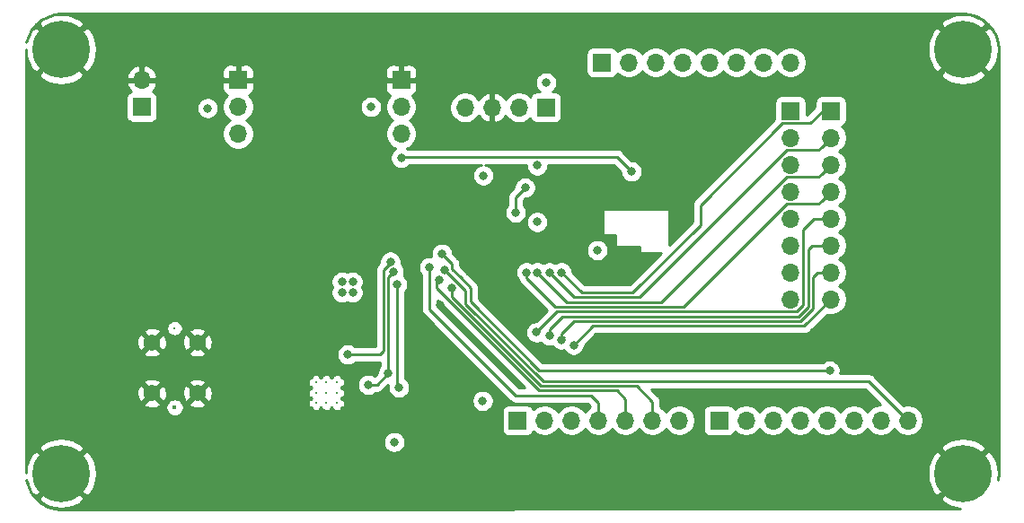
<source format=gbl>
G04 #@! TF.GenerationSoftware,KiCad,Pcbnew,(5.1.5)-3*
G04 #@! TF.CreationDate,2021-09-22T00:57:08-07:00*
G04 #@! TF.ProjectId,control_board,636f6e74-726f-46c5-9f62-6f6172642e6b,rev?*
G04 #@! TF.SameCoordinates,Original*
G04 #@! TF.FileFunction,Copper,L4,Bot*
G04 #@! TF.FilePolarity,Positive*
%FSLAX46Y46*%
G04 Gerber Fmt 4.6, Leading zero omitted, Abs format (unit mm)*
G04 Created by KiCad (PCBNEW (5.1.5)-3) date 2021-09-22 00:57:08*
%MOMM*%
%LPD*%
G04 APERTURE LIST*
%ADD10C,5.400000*%
%ADD11O,1.700000X1.700000*%
%ADD12R,1.700000X1.700000*%
%ADD13C,0.200000*%
%ADD14C,1.560000*%
%ADD15C,0.445000*%
%ADD16C,0.260000*%
%ADD17C,0.800000*%
%ADD18C,0.250000*%
%ADD19C,0.254000*%
G04 APERTURE END LIST*
D10*
X31568520Y-61357520D03*
X31568520Y-21357520D03*
X116568520Y-61357520D03*
X116568520Y-21357520D03*
D11*
X100299520Y-44927520D03*
X100299520Y-42387520D03*
X100299520Y-39847520D03*
X100299520Y-37307520D03*
X100299520Y-34767520D03*
X100299520Y-32227520D03*
X100299520Y-29687520D03*
D12*
X100299520Y-27147520D03*
D13*
X55553520Y-52742020D03*
X56553520Y-52742020D03*
X57553520Y-52742020D03*
X55553520Y-53742020D03*
X56553520Y-53742020D03*
X57553520Y-53742020D03*
X55553520Y-54742020D03*
X56553520Y-54742020D03*
X57553520Y-54742020D03*
D14*
X44408520Y-49004520D03*
X44408520Y-53804520D03*
D15*
X42258520Y-55154520D03*
D14*
X40108520Y-53804520D03*
X40108520Y-49004520D03*
D16*
X42258520Y-47654520D03*
D11*
X39149020Y-24236520D03*
D12*
X39149020Y-26776520D03*
D11*
X63596520Y-29306520D03*
X63596520Y-26766520D03*
D12*
X63596520Y-24226520D03*
D11*
X48229520Y-29306520D03*
X48229520Y-26766520D03*
D12*
X48229520Y-24226520D03*
D11*
X104109520Y-44927520D03*
X104109520Y-42387520D03*
X104109520Y-39847520D03*
X104109520Y-37307520D03*
X104109520Y-34767520D03*
X104109520Y-32227520D03*
X104109520Y-29687520D03*
D12*
X104109520Y-27147520D03*
D11*
X100299520Y-22575520D03*
X97759520Y-22575520D03*
X95219520Y-22575520D03*
X92679520Y-22575520D03*
X90139520Y-22575520D03*
X87599520Y-22575520D03*
X85059520Y-22575520D03*
D12*
X82519520Y-22575520D03*
D11*
X89822020Y-56357520D03*
X87282020Y-56357520D03*
X84742020Y-56357520D03*
X82202020Y-56357520D03*
X79662020Y-56357520D03*
X77122020Y-56357520D03*
D12*
X74582020Y-56357520D03*
D11*
X111348520Y-56357520D03*
X108808520Y-56357520D03*
X106268520Y-56357520D03*
X103728520Y-56357520D03*
X101188520Y-56357520D03*
X98648520Y-56357520D03*
X96108520Y-56357520D03*
D12*
X93568520Y-56357520D03*
D11*
X69629020Y-26830020D03*
X72169020Y-26830020D03*
X74709020Y-26830020D03*
D12*
X77249020Y-26830020D03*
D17*
X58303520Y-57478020D03*
X60144660Y-54991000D03*
X67279520Y-45435520D03*
X70180520Y-40589520D03*
X73248520Y-33243520D03*
X89456020Y-33068020D03*
X83851520Y-33178520D03*
X58008520Y-44292520D03*
X60739020Y-26766520D03*
X76420980Y-37625020D03*
X76423520Y-32291020D03*
X58008520Y-43276520D03*
X59024520Y-43276520D03*
X59024520Y-44292520D03*
X77249020Y-24480520D03*
X71343520Y-33243520D03*
X71283020Y-54513020D03*
X45372020Y-26893520D03*
X62946520Y-58404520D03*
X82075020Y-40292020D03*
X58580020Y-50134520D03*
X62580520Y-41371520D03*
X60485020Y-52992020D03*
X62898020Y-42324020D03*
X62395530Y-51907010D03*
X63215520Y-43530520D03*
X63406020Y-53246020D03*
X66263520Y-41904920D03*
X67208020Y-43086020D03*
X68417440Y-43906440D03*
X79852520Y-49245520D03*
X78709520Y-48737520D03*
X77566520Y-48356520D03*
X76360020Y-48039020D03*
X76360020Y-48039020D03*
X75407520Y-42387520D03*
X76423520Y-42387520D03*
X77566520Y-42387520D03*
X78709520Y-42387520D03*
X74391520Y-36736020D03*
X75280520Y-34386520D03*
X67437000Y-40640000D03*
X103982520Y-51658520D03*
X67673220Y-42146220D03*
X63596520Y-31592520D03*
X85313520Y-32862520D03*
D18*
X61945520Y-42133520D02*
X62679520Y-41399520D01*
X58580020Y-50134520D02*
X61564520Y-50134520D01*
X61945520Y-49753520D02*
X61945520Y-42133520D01*
X61564520Y-50134520D02*
X61945520Y-49753520D01*
X60421520Y-52992020D02*
X60421520Y-52992020D01*
X61310520Y-52992020D02*
X60421520Y-52992020D01*
X62395530Y-51907010D02*
X62395530Y-51907010D01*
X62898020Y-42324020D02*
X62395530Y-42826510D01*
X62395530Y-42826510D02*
X62395530Y-51907010D01*
X62395530Y-51907010D02*
X61310520Y-52992020D01*
X63215520Y-43530520D02*
X63215520Y-53055520D01*
X63215520Y-53055520D02*
X63406020Y-53246020D01*
X63406020Y-53246020D02*
X63406020Y-53246020D01*
X82202020Y-54706520D02*
X82202020Y-56357520D01*
X81503520Y-54008020D02*
X82202020Y-54706520D01*
X66263520Y-41904920D02*
X66263520Y-45880020D01*
X74391520Y-54008020D02*
X81503520Y-54008020D01*
X66263520Y-45880020D02*
X74391520Y-54008020D01*
X66904030Y-43847032D02*
X76615008Y-53558010D01*
X84742020Y-56357520D02*
X84742020Y-54383510D01*
X84742020Y-54383510D02*
X83916520Y-53558010D01*
X76615008Y-53558010D02*
X83916520Y-53558010D01*
X67208020Y-43086020D02*
X67208020Y-43094020D01*
X66904030Y-43398010D02*
X66904030Y-43847032D01*
X67208020Y-43094020D02*
X66904030Y-43398010D01*
X68417440Y-44724032D02*
X76801408Y-53108000D01*
X87282020Y-54579520D02*
X87282020Y-56357520D01*
X85821520Y-53119020D02*
X87282020Y-54579520D01*
X68417440Y-43906440D02*
X68417440Y-44724032D01*
X76801408Y-53108000D02*
X85234581Y-53108000D01*
X85234581Y-53108000D02*
X85821520Y-53119020D01*
X79852520Y-49245520D02*
X81645491Y-47452549D01*
X101584491Y-47452549D02*
X104109520Y-44927520D01*
X81645491Y-47452549D02*
X101584491Y-47452549D01*
X78709520Y-48737520D02*
X78926521Y-48520519D01*
X78709520Y-48171835D02*
X79878816Y-47002539D01*
X78709520Y-48737520D02*
X78709520Y-48171835D01*
X101236323Y-47002539D02*
X102400530Y-45838332D01*
X79878816Y-47002539D02*
X101236323Y-47002539D01*
X102400530Y-45838332D02*
X102400530Y-42826510D01*
X102839520Y-42387520D02*
X104109520Y-42387520D01*
X102400530Y-42826510D02*
X102839520Y-42387520D01*
X101950520Y-40228520D02*
X102331520Y-39847520D01*
X77566520Y-47790835D02*
X78804824Y-46552531D01*
X77566520Y-48356520D02*
X77566520Y-47790835D01*
X102331520Y-39847520D02*
X104109520Y-39847520D01*
X78804824Y-46552531D02*
X101049922Y-46552530D01*
X101049922Y-46552530D02*
X101950520Y-45651932D01*
X101950520Y-45651932D02*
X101950520Y-40228520D01*
X101474521Y-45491521D02*
X101474521Y-38355521D01*
X100863521Y-46102521D02*
X101474521Y-45491521D01*
X76360020Y-48039020D02*
X78296519Y-46102521D01*
X78296519Y-46102521D02*
X100863521Y-46102521D01*
X102522522Y-37307520D02*
X104109520Y-37307520D01*
X101474521Y-38355521D02*
X102522522Y-37307520D01*
X103259521Y-35617519D02*
X104109520Y-34767520D01*
X99925517Y-35942521D02*
X102934519Y-35942521D01*
X75407520Y-42387520D02*
X75407520Y-42953205D01*
X78108472Y-45654158D02*
X78110119Y-45652511D01*
X75407520Y-42953205D02*
X78108472Y-45654158D01*
X78110119Y-45652511D02*
X90215527Y-45652511D01*
X102934519Y-35942521D02*
X103259521Y-35617519D01*
X90215527Y-45652511D02*
X99925517Y-35942521D01*
X103259521Y-33077519D02*
X104109520Y-32227520D01*
X76423520Y-42387520D02*
X79238501Y-45202501D01*
X88125537Y-45202501D02*
X99925517Y-33402521D01*
X99925517Y-33402521D02*
X102934519Y-33402521D01*
X79238501Y-45202501D02*
X88125537Y-45202501D01*
X102934519Y-33402521D02*
X103259521Y-33077519D01*
X103259521Y-30537519D02*
X104109520Y-29687520D01*
X77566520Y-42387520D02*
X79931491Y-44752491D01*
X86035547Y-44752491D02*
X99925517Y-30862521D01*
X99925517Y-30862521D02*
X102934519Y-30862521D01*
X79931491Y-44752491D02*
X86035547Y-44752491D01*
X102934519Y-30862521D02*
X103259521Y-30537519D01*
X78709520Y-42387520D02*
X80624481Y-44302481D01*
X80624481Y-44302481D02*
X80741520Y-44302481D01*
X103347520Y-27147520D02*
X104109520Y-27147520D01*
X102172519Y-28322521D02*
X103347520Y-27147520D01*
X85430559Y-44302481D02*
X91790520Y-37942520D01*
X80624481Y-44302481D02*
X85430559Y-44302481D01*
X91790520Y-37942520D02*
X91790520Y-36037520D01*
X91790520Y-36037520D02*
X99505519Y-28322521D01*
X99505519Y-28322521D02*
X102172519Y-28322521D01*
X74391520Y-36736020D02*
X74391520Y-35275520D01*
X74391520Y-35275520D02*
X75280520Y-34386520D01*
X75280520Y-34386520D02*
X75280520Y-34386520D01*
X103982520Y-51658520D02*
X103982520Y-51658520D01*
X98902520Y-51658520D02*
X103982520Y-51658520D01*
X98828292Y-51658520D02*
X98902520Y-51658520D01*
X86292406Y-51621406D02*
X86329520Y-51658520D01*
X70132370Y-45166142D02*
X76587634Y-51621406D01*
X70132370Y-43836880D02*
X70132370Y-45166142D01*
X76587634Y-51621406D02*
X86292406Y-51621406D01*
X68398221Y-41601221D02*
X68398221Y-42099061D01*
X68398221Y-42099061D02*
X69184520Y-42885360D01*
X69184520Y-42885360D02*
X69184520Y-42889030D01*
X86329520Y-51658520D02*
X98902520Y-51658520D01*
X69184520Y-42889030D02*
X70132370Y-43836880D01*
X68398221Y-41601221D02*
X67437000Y-40640000D01*
X107648990Y-52657990D02*
X111348520Y-56357520D01*
X76987808Y-52657990D02*
X107648990Y-52657990D01*
X69682360Y-45352542D02*
X76987808Y-52657990D01*
X69682360Y-44098358D02*
X69682360Y-45352542D01*
X67730222Y-42146220D02*
X69682360Y-44098358D01*
X67673220Y-42146220D02*
X67730222Y-42146220D01*
X63723520Y-31465520D02*
X63596520Y-31592520D01*
X83218020Y-31465520D02*
X63723520Y-31465520D01*
X83218020Y-31465520D02*
X83916520Y-31465520D01*
X83916520Y-31465520D02*
X85313520Y-32862520D01*
X85313520Y-32862520D02*
X85313520Y-32862520D01*
D19*
G36*
X117234126Y-18062714D02*
G01*
X117857572Y-18250943D01*
X118432579Y-18556681D01*
X118937247Y-18968279D01*
X119352362Y-19470067D01*
X119662105Y-20042924D01*
X119854682Y-20665039D01*
X119926001Y-21343594D01*
X119926000Y-61308721D01*
X119859286Y-61989126D01*
X119855920Y-62000276D01*
X119919654Y-61362089D01*
X119856154Y-60708227D01*
X119666312Y-60079317D01*
X119357424Y-59499528D01*
X119352348Y-59491931D01*
X118913894Y-59191751D01*
X116748125Y-61357520D01*
X116762268Y-61371663D01*
X116582663Y-61551268D01*
X116568520Y-61537125D01*
X114402751Y-63702894D01*
X114702931Y-64141348D01*
X115281876Y-64451816D01*
X115910266Y-64643372D01*
X116289262Y-64681221D01*
X31591539Y-64744476D01*
X30911374Y-64677786D01*
X30287930Y-64489557D01*
X29712927Y-64183823D01*
X29208252Y-63772221D01*
X29150900Y-63702894D01*
X29402751Y-63702894D01*
X29702931Y-64141348D01*
X30281876Y-64451816D01*
X30910266Y-64643372D01*
X31563951Y-64708654D01*
X32217813Y-64645154D01*
X32846723Y-64455312D01*
X33426512Y-64146424D01*
X33434109Y-64141348D01*
X33734289Y-63702894D01*
X31568520Y-61537125D01*
X29402751Y-63702894D01*
X29150900Y-63702894D01*
X28793138Y-63270433D01*
X28483396Y-62697577D01*
X28290818Y-62075461D01*
X28285054Y-62020622D01*
X28470728Y-62635723D01*
X28779616Y-63215512D01*
X28784692Y-63223109D01*
X29223146Y-63523289D01*
X31388915Y-61357520D01*
X31748125Y-61357520D01*
X33913894Y-63523289D01*
X34352348Y-63223109D01*
X34662816Y-62644164D01*
X34854372Y-62015774D01*
X34919654Y-61362089D01*
X34918767Y-61352951D01*
X113217386Y-61352951D01*
X113280886Y-62006813D01*
X113470728Y-62635723D01*
X113779616Y-63215512D01*
X113784692Y-63223109D01*
X114223146Y-63523289D01*
X116388915Y-61357520D01*
X114223146Y-59191751D01*
X113784692Y-59491931D01*
X113474224Y-60070876D01*
X113282668Y-60699266D01*
X113217386Y-61352951D01*
X34918767Y-61352951D01*
X34856154Y-60708227D01*
X34666312Y-60079317D01*
X34357424Y-59499528D01*
X34352348Y-59491931D01*
X33913894Y-59191751D01*
X31748125Y-61357520D01*
X31388915Y-61357520D01*
X29223146Y-59191751D01*
X28784692Y-59491931D01*
X28474224Y-60070876D01*
X28282668Y-60699266D01*
X28219500Y-61331783D01*
X28219500Y-59012146D01*
X29402751Y-59012146D01*
X31568520Y-61177915D01*
X33734289Y-59012146D01*
X33434109Y-58573692D01*
X32928555Y-58302581D01*
X61911520Y-58302581D01*
X61911520Y-58506459D01*
X61951294Y-58706418D01*
X62029315Y-58894776D01*
X62142583Y-59064294D01*
X62286746Y-59208457D01*
X62456264Y-59321725D01*
X62644622Y-59399746D01*
X62844581Y-59439520D01*
X63048459Y-59439520D01*
X63248418Y-59399746D01*
X63436776Y-59321725D01*
X63606294Y-59208457D01*
X63750457Y-59064294D01*
X63785301Y-59012146D01*
X114402751Y-59012146D01*
X116568520Y-61177915D01*
X118734289Y-59012146D01*
X118434109Y-58573692D01*
X117855164Y-58263224D01*
X117226774Y-58071668D01*
X116573089Y-58006386D01*
X115919227Y-58069886D01*
X115290317Y-58259728D01*
X114710528Y-58568616D01*
X114702931Y-58573692D01*
X114402751Y-59012146D01*
X63785301Y-59012146D01*
X63863725Y-58894776D01*
X63941746Y-58706418D01*
X63981520Y-58506459D01*
X63981520Y-58302581D01*
X63941746Y-58102622D01*
X63863725Y-57914264D01*
X63750457Y-57744746D01*
X63606294Y-57600583D01*
X63436776Y-57487315D01*
X63248418Y-57409294D01*
X63048459Y-57369520D01*
X62844581Y-57369520D01*
X62644622Y-57409294D01*
X62456264Y-57487315D01*
X62286746Y-57600583D01*
X62142583Y-57744746D01*
X62029315Y-57914264D01*
X61951294Y-58102622D01*
X61911520Y-58302581D01*
X32928555Y-58302581D01*
X32855164Y-58263224D01*
X32226774Y-58071668D01*
X31573089Y-58006386D01*
X30919227Y-58069886D01*
X30290317Y-58259728D01*
X29710528Y-58568616D01*
X29702931Y-58573692D01*
X29402751Y-59012146D01*
X28219500Y-59012146D01*
X28219500Y-54782941D01*
X39309704Y-54782941D01*
X39378865Y-55024869D01*
X39630963Y-55143768D01*
X39901414Y-55211201D01*
X40179823Y-55224577D01*
X40455492Y-55183380D01*
X40717828Y-55089195D01*
X40753620Y-55070064D01*
X41401020Y-55070064D01*
X41401020Y-55238976D01*
X41433973Y-55404644D01*
X41498613Y-55560699D01*
X41592456Y-55701144D01*
X41711896Y-55820584D01*
X41852341Y-55914427D01*
X42008396Y-55979067D01*
X42174064Y-56012020D01*
X42342976Y-56012020D01*
X42508644Y-55979067D01*
X42664699Y-55914427D01*
X42805144Y-55820584D01*
X42924584Y-55701144D01*
X43018427Y-55560699D01*
X43083067Y-55404644D01*
X43116020Y-55238976D01*
X43116020Y-55070064D01*
X43083067Y-54904396D01*
X43032759Y-54782941D01*
X43609704Y-54782941D01*
X43678865Y-55024869D01*
X43930963Y-55143768D01*
X44201414Y-55211201D01*
X44479823Y-55224577D01*
X44755492Y-55183380D01*
X45017828Y-55089195D01*
X45138175Y-55024869D01*
X45207336Y-54782941D01*
X44408520Y-53984125D01*
X43609704Y-54782941D01*
X43032759Y-54782941D01*
X43018427Y-54748341D01*
X42924584Y-54607896D01*
X42805144Y-54488456D01*
X42664699Y-54394613D01*
X42508644Y-54329973D01*
X42342976Y-54297020D01*
X42174064Y-54297020D01*
X42008396Y-54329973D01*
X41852341Y-54394613D01*
X41711896Y-54488456D01*
X41592456Y-54607896D01*
X41498613Y-54748341D01*
X41433973Y-54904396D01*
X41401020Y-55070064D01*
X40753620Y-55070064D01*
X40838175Y-55024869D01*
X40907336Y-54782941D01*
X40108520Y-53984125D01*
X39309704Y-54782941D01*
X28219500Y-54782941D01*
X28219500Y-53875823D01*
X38688463Y-53875823D01*
X38729660Y-54151492D01*
X38823845Y-54413828D01*
X38888171Y-54534175D01*
X39130099Y-54603336D01*
X39928915Y-53804520D01*
X40288125Y-53804520D01*
X41086941Y-54603336D01*
X41328869Y-54534175D01*
X41447768Y-54282077D01*
X41515201Y-54011626D01*
X41521725Y-53875823D01*
X42988463Y-53875823D01*
X43029660Y-54151492D01*
X43123845Y-54413828D01*
X43188171Y-54534175D01*
X43430099Y-54603336D01*
X44228915Y-53804520D01*
X44588125Y-53804520D01*
X45386941Y-54603336D01*
X45628869Y-54534175D01*
X45747768Y-54282077D01*
X45815201Y-54011626D01*
X45828577Y-53733217D01*
X45787380Y-53457548D01*
X45693195Y-53195212D01*
X45628869Y-53074865D01*
X45386941Y-53005704D01*
X44588125Y-53804520D01*
X44228915Y-53804520D01*
X43430099Y-53005704D01*
X43188171Y-53074865D01*
X43069272Y-53326963D01*
X43001839Y-53597414D01*
X42988463Y-53875823D01*
X41521725Y-53875823D01*
X41528577Y-53733217D01*
X41487380Y-53457548D01*
X41393195Y-53195212D01*
X41328869Y-53074865D01*
X41086941Y-53005704D01*
X40288125Y-53804520D01*
X39928915Y-53804520D01*
X39130099Y-53005704D01*
X38888171Y-53074865D01*
X38769272Y-53326963D01*
X38701839Y-53597414D01*
X38688463Y-53875823D01*
X28219500Y-53875823D01*
X28219500Y-52826099D01*
X39309704Y-52826099D01*
X40108520Y-53624915D01*
X40907336Y-52826099D01*
X43609704Y-52826099D01*
X44408520Y-53624915D01*
X45207336Y-52826099D01*
X45175011Y-52713024D01*
X54815532Y-52713024D01*
X54824056Y-52857556D01*
X54860613Y-52997647D01*
X54923797Y-53127914D01*
X54956015Y-53176132D01*
X55120749Y-53154937D01*
X55131953Y-53242020D01*
X55120749Y-53329103D01*
X54956015Y-53307908D01*
X54882805Y-53432816D01*
X54835370Y-53569608D01*
X54815532Y-53713024D01*
X54824056Y-53857556D01*
X54860613Y-53997647D01*
X54923797Y-54127914D01*
X54956015Y-54176132D01*
X55120749Y-54154937D01*
X55131953Y-54242020D01*
X55120749Y-54329103D01*
X54956015Y-54307908D01*
X54882805Y-54432816D01*
X54835370Y-54569608D01*
X54815532Y-54713024D01*
X54824056Y-54857556D01*
X54860613Y-54997647D01*
X54923797Y-55127914D01*
X54956015Y-55176132D01*
X55143535Y-55152005D01*
X55119408Y-55339525D01*
X55244316Y-55412735D01*
X55381108Y-55460170D01*
X55524524Y-55480008D01*
X55669056Y-55471484D01*
X55809147Y-55434927D01*
X55939414Y-55371743D01*
X55987632Y-55339525D01*
X55966437Y-55174791D01*
X56053520Y-55163587D01*
X56140603Y-55174791D01*
X56119408Y-55339525D01*
X56244316Y-55412735D01*
X56381108Y-55460170D01*
X56524524Y-55480008D01*
X56669056Y-55471484D01*
X56809147Y-55434927D01*
X56939414Y-55371743D01*
X56987632Y-55339525D01*
X56966437Y-55174791D01*
X57053520Y-55163587D01*
X57140603Y-55174791D01*
X57119408Y-55339525D01*
X57244316Y-55412735D01*
X57381108Y-55460170D01*
X57524524Y-55480008D01*
X57669056Y-55471484D01*
X57809147Y-55434927D01*
X57939414Y-55371743D01*
X57987632Y-55339525D01*
X57963505Y-55152005D01*
X58151025Y-55176132D01*
X58224235Y-55051224D01*
X58271670Y-54914432D01*
X58291508Y-54771016D01*
X58282984Y-54626484D01*
X58246427Y-54486393D01*
X58209899Y-54411081D01*
X70248020Y-54411081D01*
X70248020Y-54614959D01*
X70287794Y-54814918D01*
X70365815Y-55003276D01*
X70479083Y-55172794D01*
X70623246Y-55316957D01*
X70792764Y-55430225D01*
X70981122Y-55508246D01*
X71181081Y-55548020D01*
X71384959Y-55548020D01*
X71584918Y-55508246D01*
X71773276Y-55430225D01*
X71942794Y-55316957D01*
X72086957Y-55172794D01*
X72200225Y-55003276D01*
X72278246Y-54814918D01*
X72318020Y-54614959D01*
X72318020Y-54411081D01*
X72278246Y-54211122D01*
X72200225Y-54022764D01*
X72086957Y-53853246D01*
X71942794Y-53709083D01*
X71773276Y-53595815D01*
X71584918Y-53517794D01*
X71384959Y-53478020D01*
X71181081Y-53478020D01*
X70981122Y-53517794D01*
X70792764Y-53595815D01*
X70623246Y-53709083D01*
X70479083Y-53853246D01*
X70365815Y-54022764D01*
X70287794Y-54211122D01*
X70248020Y-54411081D01*
X58209899Y-54411081D01*
X58183243Y-54356126D01*
X58151025Y-54307908D01*
X57986291Y-54329103D01*
X57975087Y-54242020D01*
X57986291Y-54154937D01*
X58151025Y-54176132D01*
X58224235Y-54051224D01*
X58271670Y-53914432D01*
X58291508Y-53771016D01*
X58282984Y-53626484D01*
X58246427Y-53486393D01*
X58183243Y-53356126D01*
X58151025Y-53307908D01*
X57986291Y-53329103D01*
X57975087Y-53242020D01*
X57986291Y-53154937D01*
X58151025Y-53176132D01*
X58224235Y-53051224D01*
X58271670Y-52914432D01*
X58291508Y-52771016D01*
X58282984Y-52626484D01*
X58246427Y-52486393D01*
X58183243Y-52356126D01*
X58151025Y-52307908D01*
X57963505Y-52332035D01*
X57987632Y-52144515D01*
X57862724Y-52071305D01*
X57725932Y-52023870D01*
X57582516Y-52004032D01*
X57437984Y-52012556D01*
X57297893Y-52049113D01*
X57167626Y-52112297D01*
X57119408Y-52144515D01*
X57140603Y-52309249D01*
X57053520Y-52320453D01*
X56966437Y-52309249D01*
X56987632Y-52144515D01*
X56862724Y-52071305D01*
X56725932Y-52023870D01*
X56582516Y-52004032D01*
X56437984Y-52012556D01*
X56297893Y-52049113D01*
X56167626Y-52112297D01*
X56119408Y-52144515D01*
X56140603Y-52309249D01*
X56053520Y-52320453D01*
X55966437Y-52309249D01*
X55987632Y-52144515D01*
X55862724Y-52071305D01*
X55725932Y-52023870D01*
X55582516Y-52004032D01*
X55437984Y-52012556D01*
X55297893Y-52049113D01*
X55167626Y-52112297D01*
X55119408Y-52144515D01*
X55143535Y-52332035D01*
X54956015Y-52307908D01*
X54882805Y-52432816D01*
X54835370Y-52569608D01*
X54815532Y-52713024D01*
X45175011Y-52713024D01*
X45138175Y-52584171D01*
X44886077Y-52465272D01*
X44615626Y-52397839D01*
X44337217Y-52384463D01*
X44061548Y-52425660D01*
X43799212Y-52519845D01*
X43678865Y-52584171D01*
X43609704Y-52826099D01*
X40907336Y-52826099D01*
X40838175Y-52584171D01*
X40586077Y-52465272D01*
X40315626Y-52397839D01*
X40037217Y-52384463D01*
X39761548Y-52425660D01*
X39499212Y-52519845D01*
X39378865Y-52584171D01*
X39309704Y-52826099D01*
X28219500Y-52826099D01*
X28219500Y-49982941D01*
X39309704Y-49982941D01*
X39378865Y-50224869D01*
X39630963Y-50343768D01*
X39901414Y-50411201D01*
X40179823Y-50424577D01*
X40455492Y-50383380D01*
X40717828Y-50289195D01*
X40838175Y-50224869D01*
X40907336Y-49982941D01*
X43609704Y-49982941D01*
X43678865Y-50224869D01*
X43930963Y-50343768D01*
X44201414Y-50411201D01*
X44479823Y-50424577D01*
X44755492Y-50383380D01*
X45017828Y-50289195D01*
X45138175Y-50224869D01*
X45193145Y-50032581D01*
X57545020Y-50032581D01*
X57545020Y-50236459D01*
X57584794Y-50436418D01*
X57662815Y-50624776D01*
X57776083Y-50794294D01*
X57920246Y-50938457D01*
X58089764Y-51051725D01*
X58278122Y-51129746D01*
X58478081Y-51169520D01*
X58681959Y-51169520D01*
X58881918Y-51129746D01*
X59070276Y-51051725D01*
X59239794Y-50938457D01*
X59283731Y-50894520D01*
X61527198Y-50894520D01*
X61564520Y-50898196D01*
X61601842Y-50894520D01*
X61601853Y-50894520D01*
X61635531Y-50891203D01*
X61635531Y-51203298D01*
X61591593Y-51247236D01*
X61478325Y-51416754D01*
X61400304Y-51605112D01*
X61360530Y-51805071D01*
X61360530Y-51867208D01*
X61081768Y-52145971D01*
X60975276Y-52074815D01*
X60786918Y-51996794D01*
X60586959Y-51957020D01*
X60383081Y-51957020D01*
X60183122Y-51996794D01*
X59994764Y-52074815D01*
X59825246Y-52188083D01*
X59681083Y-52332246D01*
X59567815Y-52501764D01*
X59489794Y-52690122D01*
X59450020Y-52890081D01*
X59450020Y-53093959D01*
X59489794Y-53293918D01*
X59567815Y-53482276D01*
X59681083Y-53651794D01*
X59825246Y-53795957D01*
X59994764Y-53909225D01*
X60183122Y-53987246D01*
X60383081Y-54027020D01*
X60586959Y-54027020D01*
X60786918Y-53987246D01*
X60975276Y-53909225D01*
X61144794Y-53795957D01*
X61188731Y-53752020D01*
X61273198Y-53752020D01*
X61310520Y-53755696D01*
X61347842Y-53752020D01*
X61347853Y-53752020D01*
X61459506Y-53741023D01*
X61602767Y-53697566D01*
X61734796Y-53626994D01*
X61850521Y-53532021D01*
X61874324Y-53503018D01*
X62405226Y-52972116D01*
X62371020Y-53144081D01*
X62371020Y-53347959D01*
X62410794Y-53547918D01*
X62488815Y-53736276D01*
X62602083Y-53905794D01*
X62746246Y-54049957D01*
X62915764Y-54163225D01*
X63104122Y-54241246D01*
X63304081Y-54281020D01*
X63507959Y-54281020D01*
X63707918Y-54241246D01*
X63896276Y-54163225D01*
X64065794Y-54049957D01*
X64209957Y-53905794D01*
X64323225Y-53736276D01*
X64401246Y-53547918D01*
X64441020Y-53347959D01*
X64441020Y-53144081D01*
X64401246Y-52944122D01*
X64323225Y-52755764D01*
X64209957Y-52586246D01*
X64065794Y-52442083D01*
X63975520Y-52381764D01*
X63975520Y-44234231D01*
X64019457Y-44190294D01*
X64132725Y-44020776D01*
X64210746Y-43832418D01*
X64250520Y-43632459D01*
X64250520Y-43428581D01*
X64210746Y-43228622D01*
X64132725Y-43040264D01*
X64019457Y-42870746D01*
X63875294Y-42726583D01*
X63856696Y-42714156D01*
X63893246Y-42625918D01*
X63933020Y-42425959D01*
X63933020Y-42222081D01*
X63893246Y-42022122D01*
X63815225Y-41833764D01*
X63794657Y-41802981D01*
X65228520Y-41802981D01*
X65228520Y-42006859D01*
X65268294Y-42206818D01*
X65346315Y-42395176D01*
X65459583Y-42564694D01*
X65503520Y-42608631D01*
X65503521Y-45842688D01*
X65499844Y-45880020D01*
X65503521Y-45917353D01*
X65514518Y-46029006D01*
X65523340Y-46058088D01*
X65557974Y-46172266D01*
X65628546Y-46304296D01*
X65699721Y-46391022D01*
X65723520Y-46420021D01*
X65752518Y-46443819D01*
X73827720Y-54519022D01*
X73851519Y-54548021D01*
X73967244Y-54642994D01*
X74099273Y-54713566D01*
X74242534Y-54757023D01*
X74354187Y-54768020D01*
X74354197Y-54768020D01*
X74391520Y-54771696D01*
X74428843Y-54768020D01*
X81188719Y-54768020D01*
X81442020Y-55021322D01*
X81442020Y-55079341D01*
X81255388Y-55204045D01*
X81048545Y-55410888D01*
X80932020Y-55585280D01*
X80815495Y-55410888D01*
X80608652Y-55204045D01*
X80365431Y-55041530D01*
X80095178Y-54929588D01*
X79808280Y-54872520D01*
X79515760Y-54872520D01*
X79228862Y-54929588D01*
X78958609Y-55041530D01*
X78715388Y-55204045D01*
X78508545Y-55410888D01*
X78392020Y-55585280D01*
X78275495Y-55410888D01*
X78068652Y-55204045D01*
X77825431Y-55041530D01*
X77555178Y-54929588D01*
X77268280Y-54872520D01*
X76975760Y-54872520D01*
X76688862Y-54929588D01*
X76418609Y-55041530D01*
X76175388Y-55204045D01*
X76043533Y-55335900D01*
X76021522Y-55263340D01*
X75962557Y-55153026D01*
X75883205Y-55056335D01*
X75786514Y-54976983D01*
X75676200Y-54918018D01*
X75556502Y-54881708D01*
X75432020Y-54869448D01*
X73732020Y-54869448D01*
X73607538Y-54881708D01*
X73487840Y-54918018D01*
X73377526Y-54976983D01*
X73280835Y-55056335D01*
X73201483Y-55153026D01*
X73142518Y-55263340D01*
X73106208Y-55383038D01*
X73093948Y-55507520D01*
X73093948Y-57207520D01*
X73106208Y-57332002D01*
X73142518Y-57451700D01*
X73201483Y-57562014D01*
X73280835Y-57658705D01*
X73377526Y-57738057D01*
X73487840Y-57797022D01*
X73607538Y-57833332D01*
X73732020Y-57845592D01*
X75432020Y-57845592D01*
X75556502Y-57833332D01*
X75676200Y-57797022D01*
X75786514Y-57738057D01*
X75883205Y-57658705D01*
X75962557Y-57562014D01*
X76021522Y-57451700D01*
X76043533Y-57379140D01*
X76175388Y-57510995D01*
X76418609Y-57673510D01*
X76688862Y-57785452D01*
X76975760Y-57842520D01*
X77268280Y-57842520D01*
X77555178Y-57785452D01*
X77825431Y-57673510D01*
X78068652Y-57510995D01*
X78275495Y-57304152D01*
X78392020Y-57129760D01*
X78508545Y-57304152D01*
X78715388Y-57510995D01*
X78958609Y-57673510D01*
X79228862Y-57785452D01*
X79515760Y-57842520D01*
X79808280Y-57842520D01*
X80095178Y-57785452D01*
X80365431Y-57673510D01*
X80608652Y-57510995D01*
X80815495Y-57304152D01*
X80932020Y-57129760D01*
X81048545Y-57304152D01*
X81255388Y-57510995D01*
X81498609Y-57673510D01*
X81768862Y-57785452D01*
X82055760Y-57842520D01*
X82348280Y-57842520D01*
X82635178Y-57785452D01*
X82905431Y-57673510D01*
X83148652Y-57510995D01*
X83355495Y-57304152D01*
X83472020Y-57129760D01*
X83588545Y-57304152D01*
X83795388Y-57510995D01*
X84038609Y-57673510D01*
X84308862Y-57785452D01*
X84595760Y-57842520D01*
X84888280Y-57842520D01*
X85175178Y-57785452D01*
X85445431Y-57673510D01*
X85688652Y-57510995D01*
X85895495Y-57304152D01*
X86012020Y-57129760D01*
X86128545Y-57304152D01*
X86335388Y-57510995D01*
X86578609Y-57673510D01*
X86848862Y-57785452D01*
X87135760Y-57842520D01*
X87428280Y-57842520D01*
X87715178Y-57785452D01*
X87985431Y-57673510D01*
X88228652Y-57510995D01*
X88435495Y-57304152D01*
X88552020Y-57129760D01*
X88668545Y-57304152D01*
X88875388Y-57510995D01*
X89118609Y-57673510D01*
X89388862Y-57785452D01*
X89675760Y-57842520D01*
X89968280Y-57842520D01*
X90255178Y-57785452D01*
X90525431Y-57673510D01*
X90768652Y-57510995D01*
X90975495Y-57304152D01*
X91138010Y-57060931D01*
X91249952Y-56790678D01*
X91307020Y-56503780D01*
X91307020Y-56211260D01*
X91249952Y-55924362D01*
X91138010Y-55654109D01*
X90975495Y-55410888D01*
X90768652Y-55204045D01*
X90525431Y-55041530D01*
X90255178Y-54929588D01*
X89968280Y-54872520D01*
X89675760Y-54872520D01*
X89388862Y-54929588D01*
X89118609Y-55041530D01*
X88875388Y-55204045D01*
X88668545Y-55410888D01*
X88552020Y-55585280D01*
X88435495Y-55410888D01*
X88228652Y-55204045D01*
X88042020Y-55079342D01*
X88042020Y-54616843D01*
X88045696Y-54579520D01*
X88042020Y-54542197D01*
X88042020Y-54542187D01*
X88031023Y-54430534D01*
X87987566Y-54287273D01*
X87917936Y-54157006D01*
X87916994Y-54155243D01*
X87845819Y-54068517D01*
X87822021Y-54039519D01*
X87793024Y-54015722D01*
X87195292Y-53417990D01*
X107334189Y-53417990D01*
X108788719Y-54872520D01*
X108662260Y-54872520D01*
X108375362Y-54929588D01*
X108105109Y-55041530D01*
X107861888Y-55204045D01*
X107655045Y-55410888D01*
X107538520Y-55585280D01*
X107421995Y-55410888D01*
X107215152Y-55204045D01*
X106971931Y-55041530D01*
X106701678Y-54929588D01*
X106414780Y-54872520D01*
X106122260Y-54872520D01*
X105835362Y-54929588D01*
X105565109Y-55041530D01*
X105321888Y-55204045D01*
X105115045Y-55410888D01*
X104998520Y-55585280D01*
X104881995Y-55410888D01*
X104675152Y-55204045D01*
X104431931Y-55041530D01*
X104161678Y-54929588D01*
X103874780Y-54872520D01*
X103582260Y-54872520D01*
X103295362Y-54929588D01*
X103025109Y-55041530D01*
X102781888Y-55204045D01*
X102575045Y-55410888D01*
X102458520Y-55585280D01*
X102341995Y-55410888D01*
X102135152Y-55204045D01*
X101891931Y-55041530D01*
X101621678Y-54929588D01*
X101334780Y-54872520D01*
X101042260Y-54872520D01*
X100755362Y-54929588D01*
X100485109Y-55041530D01*
X100241888Y-55204045D01*
X100035045Y-55410888D01*
X99918520Y-55585280D01*
X99801995Y-55410888D01*
X99595152Y-55204045D01*
X99351931Y-55041530D01*
X99081678Y-54929588D01*
X98794780Y-54872520D01*
X98502260Y-54872520D01*
X98215362Y-54929588D01*
X97945109Y-55041530D01*
X97701888Y-55204045D01*
X97495045Y-55410888D01*
X97378520Y-55585280D01*
X97261995Y-55410888D01*
X97055152Y-55204045D01*
X96811931Y-55041530D01*
X96541678Y-54929588D01*
X96254780Y-54872520D01*
X95962260Y-54872520D01*
X95675362Y-54929588D01*
X95405109Y-55041530D01*
X95161888Y-55204045D01*
X95030033Y-55335900D01*
X95008022Y-55263340D01*
X94949057Y-55153026D01*
X94869705Y-55056335D01*
X94773014Y-54976983D01*
X94662700Y-54918018D01*
X94543002Y-54881708D01*
X94418520Y-54869448D01*
X92718520Y-54869448D01*
X92594038Y-54881708D01*
X92474340Y-54918018D01*
X92364026Y-54976983D01*
X92267335Y-55056335D01*
X92187983Y-55153026D01*
X92129018Y-55263340D01*
X92092708Y-55383038D01*
X92080448Y-55507520D01*
X92080448Y-57207520D01*
X92092708Y-57332002D01*
X92129018Y-57451700D01*
X92187983Y-57562014D01*
X92267335Y-57658705D01*
X92364026Y-57738057D01*
X92474340Y-57797022D01*
X92594038Y-57833332D01*
X92718520Y-57845592D01*
X94418520Y-57845592D01*
X94543002Y-57833332D01*
X94662700Y-57797022D01*
X94773014Y-57738057D01*
X94869705Y-57658705D01*
X94949057Y-57562014D01*
X95008022Y-57451700D01*
X95030033Y-57379140D01*
X95161888Y-57510995D01*
X95405109Y-57673510D01*
X95675362Y-57785452D01*
X95962260Y-57842520D01*
X96254780Y-57842520D01*
X96541678Y-57785452D01*
X96811931Y-57673510D01*
X97055152Y-57510995D01*
X97261995Y-57304152D01*
X97378520Y-57129760D01*
X97495045Y-57304152D01*
X97701888Y-57510995D01*
X97945109Y-57673510D01*
X98215362Y-57785452D01*
X98502260Y-57842520D01*
X98794780Y-57842520D01*
X99081678Y-57785452D01*
X99351931Y-57673510D01*
X99595152Y-57510995D01*
X99801995Y-57304152D01*
X99918520Y-57129760D01*
X100035045Y-57304152D01*
X100241888Y-57510995D01*
X100485109Y-57673510D01*
X100755362Y-57785452D01*
X101042260Y-57842520D01*
X101334780Y-57842520D01*
X101621678Y-57785452D01*
X101891931Y-57673510D01*
X102135152Y-57510995D01*
X102341995Y-57304152D01*
X102458520Y-57129760D01*
X102575045Y-57304152D01*
X102781888Y-57510995D01*
X103025109Y-57673510D01*
X103295362Y-57785452D01*
X103582260Y-57842520D01*
X103874780Y-57842520D01*
X104161678Y-57785452D01*
X104431931Y-57673510D01*
X104675152Y-57510995D01*
X104881995Y-57304152D01*
X104998520Y-57129760D01*
X105115045Y-57304152D01*
X105321888Y-57510995D01*
X105565109Y-57673510D01*
X105835362Y-57785452D01*
X106122260Y-57842520D01*
X106414780Y-57842520D01*
X106701678Y-57785452D01*
X106971931Y-57673510D01*
X107215152Y-57510995D01*
X107421995Y-57304152D01*
X107538520Y-57129760D01*
X107655045Y-57304152D01*
X107861888Y-57510995D01*
X108105109Y-57673510D01*
X108375362Y-57785452D01*
X108662260Y-57842520D01*
X108954780Y-57842520D01*
X109241678Y-57785452D01*
X109511931Y-57673510D01*
X109755152Y-57510995D01*
X109961995Y-57304152D01*
X110078520Y-57129760D01*
X110195045Y-57304152D01*
X110401888Y-57510995D01*
X110645109Y-57673510D01*
X110915362Y-57785452D01*
X111202260Y-57842520D01*
X111494780Y-57842520D01*
X111781678Y-57785452D01*
X112051931Y-57673510D01*
X112295152Y-57510995D01*
X112501995Y-57304152D01*
X112664510Y-57060931D01*
X112776452Y-56790678D01*
X112833520Y-56503780D01*
X112833520Y-56211260D01*
X112776452Y-55924362D01*
X112664510Y-55654109D01*
X112501995Y-55410888D01*
X112295152Y-55204045D01*
X112051931Y-55041530D01*
X111781678Y-54929588D01*
X111494780Y-54872520D01*
X111202260Y-54872520D01*
X110982112Y-54916310D01*
X108212794Y-52146993D01*
X108188991Y-52117989D01*
X108073266Y-52023016D01*
X107941237Y-51952444D01*
X107797976Y-51908987D01*
X107686323Y-51897990D01*
X107686312Y-51897990D01*
X107648990Y-51894314D01*
X107611668Y-51897990D01*
X104990164Y-51897990D01*
X105017520Y-51760459D01*
X105017520Y-51556581D01*
X104977746Y-51356622D01*
X104899725Y-51168264D01*
X104786457Y-50998746D01*
X104642294Y-50854583D01*
X104472776Y-50741315D01*
X104284418Y-50663294D01*
X104084459Y-50623520D01*
X103880581Y-50623520D01*
X103680622Y-50663294D01*
X103492264Y-50741315D01*
X103322746Y-50854583D01*
X103278809Y-50898520D01*
X86527490Y-50898520D01*
X86441392Y-50872403D01*
X86329739Y-50861406D01*
X86329728Y-50861406D01*
X86292406Y-50857730D01*
X86255084Y-50861406D01*
X76902436Y-50861406D01*
X70892370Y-44851341D01*
X70892370Y-43874202D01*
X70896046Y-43836879D01*
X70892370Y-43799556D01*
X70892370Y-43799547D01*
X70881373Y-43687894D01*
X70837916Y-43544633D01*
X70767344Y-43412604D01*
X70672371Y-43296879D01*
X70643374Y-43273082D01*
X69765119Y-42394828D01*
X69724521Y-42345359D01*
X69695524Y-42321562D01*
X69659543Y-42285581D01*
X74372520Y-42285581D01*
X74372520Y-42489459D01*
X74412294Y-42689418D01*
X74490315Y-42877776D01*
X74603583Y-43047294D01*
X74658533Y-43102244D01*
X74701974Y-43245452D01*
X74722169Y-43283233D01*
X74772546Y-43377480D01*
X74841486Y-43461484D01*
X74867520Y-43493206D01*
X74896518Y-43517004D01*
X77351875Y-45972363D01*
X76320219Y-47004020D01*
X76258081Y-47004020D01*
X76058122Y-47043794D01*
X75869764Y-47121815D01*
X75700246Y-47235083D01*
X75556083Y-47379246D01*
X75442815Y-47548764D01*
X75364794Y-47737122D01*
X75325020Y-47937081D01*
X75325020Y-48140959D01*
X75364794Y-48340918D01*
X75442815Y-48529276D01*
X75556083Y-48698794D01*
X75700246Y-48842957D01*
X75869764Y-48956225D01*
X76058122Y-49034246D01*
X76258081Y-49074020D01*
X76461959Y-49074020D01*
X76661918Y-49034246D01*
X76750156Y-48997696D01*
X76762583Y-49016294D01*
X76906746Y-49160457D01*
X77076264Y-49273725D01*
X77264622Y-49351746D01*
X77464581Y-49391520D01*
X77668459Y-49391520D01*
X77868418Y-49351746D01*
X77873690Y-49349562D01*
X77905583Y-49397294D01*
X78049746Y-49541457D01*
X78219264Y-49654725D01*
X78407622Y-49732746D01*
X78607581Y-49772520D01*
X78811459Y-49772520D01*
X78942456Y-49746463D01*
X79048583Y-49905294D01*
X79192746Y-50049457D01*
X79362264Y-50162725D01*
X79550622Y-50240746D01*
X79750581Y-50280520D01*
X79954459Y-50280520D01*
X80154418Y-50240746D01*
X80342776Y-50162725D01*
X80512294Y-50049457D01*
X80656457Y-49905294D01*
X80769725Y-49735776D01*
X80847746Y-49547418D01*
X80887520Y-49347459D01*
X80887520Y-49285321D01*
X81960293Y-48212549D01*
X101547169Y-48212549D01*
X101584491Y-48216225D01*
X101621813Y-48212549D01*
X101621824Y-48212549D01*
X101733477Y-48201552D01*
X101876738Y-48158095D01*
X102008767Y-48087523D01*
X102124492Y-47992550D01*
X102148295Y-47963546D01*
X103743112Y-46368730D01*
X103963260Y-46412520D01*
X104255780Y-46412520D01*
X104542678Y-46355452D01*
X104812931Y-46243510D01*
X105056152Y-46080995D01*
X105262995Y-45874152D01*
X105425510Y-45630931D01*
X105537452Y-45360678D01*
X105594520Y-45073780D01*
X105594520Y-44781260D01*
X105537452Y-44494362D01*
X105425510Y-44224109D01*
X105262995Y-43980888D01*
X105056152Y-43774045D01*
X104881760Y-43657520D01*
X105056152Y-43540995D01*
X105262995Y-43334152D01*
X105425510Y-43090931D01*
X105537452Y-42820678D01*
X105594520Y-42533780D01*
X105594520Y-42241260D01*
X105537452Y-41954362D01*
X105425510Y-41684109D01*
X105262995Y-41440888D01*
X105056152Y-41234045D01*
X104881760Y-41117520D01*
X105056152Y-41000995D01*
X105262995Y-40794152D01*
X105425510Y-40550931D01*
X105537452Y-40280678D01*
X105594520Y-39993780D01*
X105594520Y-39701260D01*
X105537452Y-39414362D01*
X105425510Y-39144109D01*
X105262995Y-38900888D01*
X105056152Y-38694045D01*
X104881760Y-38577520D01*
X105056152Y-38460995D01*
X105262995Y-38254152D01*
X105425510Y-38010931D01*
X105537452Y-37740678D01*
X105594520Y-37453780D01*
X105594520Y-37161260D01*
X105537452Y-36874362D01*
X105425510Y-36604109D01*
X105262995Y-36360888D01*
X105056152Y-36154045D01*
X104881760Y-36037520D01*
X105056152Y-35920995D01*
X105262995Y-35714152D01*
X105425510Y-35470931D01*
X105537452Y-35200678D01*
X105594520Y-34913780D01*
X105594520Y-34621260D01*
X105537452Y-34334362D01*
X105425510Y-34064109D01*
X105262995Y-33820888D01*
X105056152Y-33614045D01*
X104881760Y-33497520D01*
X105056152Y-33380995D01*
X105262995Y-33174152D01*
X105425510Y-32930931D01*
X105537452Y-32660678D01*
X105594520Y-32373780D01*
X105594520Y-32081260D01*
X105537452Y-31794362D01*
X105425510Y-31524109D01*
X105262995Y-31280888D01*
X105056152Y-31074045D01*
X104881760Y-30957520D01*
X105056152Y-30840995D01*
X105262995Y-30634152D01*
X105425510Y-30390931D01*
X105537452Y-30120678D01*
X105594520Y-29833780D01*
X105594520Y-29541260D01*
X105537452Y-29254362D01*
X105425510Y-28984109D01*
X105262995Y-28740888D01*
X105131140Y-28609033D01*
X105203700Y-28587022D01*
X105314014Y-28528057D01*
X105410705Y-28448705D01*
X105490057Y-28352014D01*
X105549022Y-28241700D01*
X105585332Y-28122002D01*
X105597592Y-27997520D01*
X105597592Y-26297520D01*
X105585332Y-26173038D01*
X105549022Y-26053340D01*
X105490057Y-25943026D01*
X105410705Y-25846335D01*
X105314014Y-25766983D01*
X105203700Y-25708018D01*
X105084002Y-25671708D01*
X104959520Y-25659448D01*
X103259520Y-25659448D01*
X103135038Y-25671708D01*
X103015340Y-25708018D01*
X102905026Y-25766983D01*
X102808335Y-25846335D01*
X102728983Y-25943026D01*
X102670018Y-26053340D01*
X102633708Y-26173038D01*
X102621448Y-26297520D01*
X102621448Y-26798790D01*
X101857718Y-27562521D01*
X101787592Y-27562521D01*
X101787592Y-26297520D01*
X101775332Y-26173038D01*
X101739022Y-26053340D01*
X101680057Y-25943026D01*
X101600705Y-25846335D01*
X101504014Y-25766983D01*
X101393700Y-25708018D01*
X101274002Y-25671708D01*
X101149520Y-25659448D01*
X99449520Y-25659448D01*
X99325038Y-25671708D01*
X99205340Y-25708018D01*
X99095026Y-25766983D01*
X98998335Y-25846335D01*
X98918983Y-25943026D01*
X98860018Y-26053340D01*
X98823708Y-26173038D01*
X98811448Y-26297520D01*
X98811448Y-27941790D01*
X91279518Y-35473721D01*
X91250520Y-35497519D01*
X91226722Y-35526517D01*
X91226721Y-35526518D01*
X91155546Y-35613244D01*
X91084974Y-35745274D01*
X91041518Y-35888535D01*
X91026844Y-36037520D01*
X91030521Y-36074852D01*
X91030520Y-37627718D01*
X88900000Y-39758238D01*
X88900000Y-36512500D01*
X88897560Y-36487724D01*
X88890333Y-36463899D01*
X88878597Y-36441943D01*
X88862803Y-36422697D01*
X88843557Y-36406903D01*
X88821601Y-36395167D01*
X88797776Y-36387940D01*
X88773000Y-36385500D01*
X82740500Y-36385500D01*
X82715724Y-36387940D01*
X82691899Y-36395167D01*
X82669943Y-36406903D01*
X82650697Y-36422697D01*
X82634903Y-36441943D01*
X82623167Y-36463899D01*
X82615940Y-36487724D01*
X82613500Y-36512500D01*
X82613500Y-38735000D01*
X82615940Y-38759776D01*
X82623167Y-38783601D01*
X82634903Y-38805557D01*
X82650697Y-38824803D01*
X82669943Y-38840597D01*
X82691899Y-38852333D01*
X82715724Y-38859560D01*
X82740500Y-38862000D01*
X83820000Y-38862000D01*
X83820000Y-39814500D01*
X83822440Y-39839276D01*
X83829667Y-39863101D01*
X83841403Y-39885057D01*
X83857197Y-39904303D01*
X83876443Y-39920097D01*
X83898399Y-39931833D01*
X83922224Y-39939060D01*
X83947000Y-39941500D01*
X86106000Y-39941500D01*
X86106000Y-40449500D01*
X86108440Y-40474276D01*
X86115667Y-40498101D01*
X86127403Y-40520057D01*
X86143197Y-40539303D01*
X86162443Y-40555097D01*
X86184399Y-40566833D01*
X86208224Y-40574060D01*
X86233000Y-40576500D01*
X88081738Y-40576500D01*
X85115758Y-43542481D01*
X80939283Y-43542481D01*
X79744520Y-42347719D01*
X79744520Y-42285581D01*
X79704746Y-42085622D01*
X79626725Y-41897264D01*
X79513457Y-41727746D01*
X79369294Y-41583583D01*
X79199776Y-41470315D01*
X79011418Y-41392294D01*
X78811459Y-41352520D01*
X78607581Y-41352520D01*
X78407622Y-41392294D01*
X78219264Y-41470315D01*
X78138020Y-41524600D01*
X78056776Y-41470315D01*
X77868418Y-41392294D01*
X77668459Y-41352520D01*
X77464581Y-41352520D01*
X77264622Y-41392294D01*
X77076264Y-41470315D01*
X76995020Y-41524600D01*
X76913776Y-41470315D01*
X76725418Y-41392294D01*
X76525459Y-41352520D01*
X76321581Y-41352520D01*
X76121622Y-41392294D01*
X75933264Y-41470315D01*
X75915520Y-41482171D01*
X75897776Y-41470315D01*
X75709418Y-41392294D01*
X75509459Y-41352520D01*
X75305581Y-41352520D01*
X75105622Y-41392294D01*
X74917264Y-41470315D01*
X74747746Y-41583583D01*
X74603583Y-41727746D01*
X74490315Y-41897264D01*
X74412294Y-42085622D01*
X74372520Y-42285581D01*
X69659543Y-42285581D01*
X69158221Y-41784260D01*
X69158221Y-41638546D01*
X69161897Y-41601221D01*
X69158221Y-41563896D01*
X69158221Y-41563888D01*
X69147224Y-41452235D01*
X69103767Y-41308974D01*
X69033195Y-41176945D01*
X68938222Y-41061220D01*
X68909225Y-41037423D01*
X68472000Y-40600198D01*
X68472000Y-40538061D01*
X68432226Y-40338102D01*
X68370914Y-40190081D01*
X81040020Y-40190081D01*
X81040020Y-40393959D01*
X81079794Y-40593918D01*
X81157815Y-40782276D01*
X81271083Y-40951794D01*
X81415246Y-41095957D01*
X81584764Y-41209225D01*
X81773122Y-41287246D01*
X81973081Y-41327020D01*
X82176959Y-41327020D01*
X82376918Y-41287246D01*
X82565276Y-41209225D01*
X82734794Y-41095957D01*
X82878957Y-40951794D01*
X82992225Y-40782276D01*
X83070246Y-40593918D01*
X83110020Y-40393959D01*
X83110020Y-40190081D01*
X83070246Y-39990122D01*
X82992225Y-39801764D01*
X82878957Y-39632246D01*
X82734794Y-39488083D01*
X82565276Y-39374815D01*
X82376918Y-39296794D01*
X82176959Y-39257020D01*
X81973081Y-39257020D01*
X81773122Y-39296794D01*
X81584764Y-39374815D01*
X81415246Y-39488083D01*
X81271083Y-39632246D01*
X81157815Y-39801764D01*
X81079794Y-39990122D01*
X81040020Y-40190081D01*
X68370914Y-40190081D01*
X68354205Y-40149744D01*
X68240937Y-39980226D01*
X68096774Y-39836063D01*
X67927256Y-39722795D01*
X67738898Y-39644774D01*
X67538939Y-39605000D01*
X67335061Y-39605000D01*
X67135102Y-39644774D01*
X66946744Y-39722795D01*
X66777226Y-39836063D01*
X66633063Y-39980226D01*
X66519795Y-40149744D01*
X66441774Y-40338102D01*
X66402000Y-40538061D01*
X66402000Y-40741939D01*
X66430011Y-40882760D01*
X66365459Y-40869920D01*
X66161581Y-40869920D01*
X65961622Y-40909694D01*
X65773264Y-40987715D01*
X65603746Y-41100983D01*
X65459583Y-41245146D01*
X65346315Y-41414664D01*
X65268294Y-41603022D01*
X65228520Y-41802981D01*
X63794657Y-41802981D01*
X63701957Y-41664246D01*
X63598207Y-41560496D01*
X63615520Y-41473459D01*
X63615520Y-41269581D01*
X63575746Y-41069622D01*
X63497725Y-40881264D01*
X63384457Y-40711746D01*
X63240294Y-40567583D01*
X63070776Y-40454315D01*
X62882418Y-40376294D01*
X62682459Y-40336520D01*
X62478581Y-40336520D01*
X62278622Y-40376294D01*
X62090264Y-40454315D01*
X61920746Y-40567583D01*
X61776583Y-40711746D01*
X61663315Y-40881264D01*
X61585294Y-41069622D01*
X61545520Y-41269581D01*
X61545520Y-41458719D01*
X61434518Y-41569721D01*
X61405520Y-41593519D01*
X61381722Y-41622517D01*
X61381721Y-41622518D01*
X61310546Y-41709244D01*
X61239974Y-41841274D01*
X61209700Y-41941078D01*
X61196518Y-41984534D01*
X61191865Y-42031774D01*
X61181844Y-42133520D01*
X61185521Y-42170852D01*
X61185520Y-49374520D01*
X59283731Y-49374520D01*
X59239794Y-49330583D01*
X59070276Y-49217315D01*
X58881918Y-49139294D01*
X58681959Y-49099520D01*
X58478081Y-49099520D01*
X58278122Y-49139294D01*
X58089764Y-49217315D01*
X57920246Y-49330583D01*
X57776083Y-49474746D01*
X57662815Y-49644264D01*
X57584794Y-49832622D01*
X57545020Y-50032581D01*
X45193145Y-50032581D01*
X45207336Y-49982941D01*
X44408520Y-49184125D01*
X43609704Y-49982941D01*
X40907336Y-49982941D01*
X40108520Y-49184125D01*
X39309704Y-49982941D01*
X28219500Y-49982941D01*
X28219500Y-49075823D01*
X38688463Y-49075823D01*
X38729660Y-49351492D01*
X38823845Y-49613828D01*
X38888171Y-49734175D01*
X39130099Y-49803336D01*
X39928915Y-49004520D01*
X40288125Y-49004520D01*
X41086941Y-49803336D01*
X41328869Y-49734175D01*
X41447768Y-49482077D01*
X41515201Y-49211626D01*
X41521725Y-49075823D01*
X42988463Y-49075823D01*
X43029660Y-49351492D01*
X43123845Y-49613828D01*
X43188171Y-49734175D01*
X43430099Y-49803336D01*
X44228915Y-49004520D01*
X44588125Y-49004520D01*
X45386941Y-49803336D01*
X45628869Y-49734175D01*
X45747768Y-49482077D01*
X45815201Y-49211626D01*
X45828577Y-48933217D01*
X45787380Y-48657548D01*
X45693195Y-48395212D01*
X45628869Y-48274865D01*
X45386941Y-48205704D01*
X44588125Y-49004520D01*
X44228915Y-49004520D01*
X43430099Y-48205704D01*
X43188171Y-48274865D01*
X43069272Y-48526963D01*
X43001839Y-48797414D01*
X42988463Y-49075823D01*
X41521725Y-49075823D01*
X41528577Y-48933217D01*
X41487380Y-48657548D01*
X41393195Y-48395212D01*
X41328869Y-48274865D01*
X41086941Y-48205704D01*
X40288125Y-49004520D01*
X39928915Y-49004520D01*
X39130099Y-48205704D01*
X38888171Y-48274865D01*
X38769272Y-48526963D01*
X38701839Y-48797414D01*
X38688463Y-49075823D01*
X28219500Y-49075823D01*
X28219500Y-48026099D01*
X39309704Y-48026099D01*
X40108520Y-48824915D01*
X40907336Y-48026099D01*
X40838175Y-47784171D01*
X40586077Y-47665272D01*
X40315626Y-47597839D01*
X40037217Y-47584463D01*
X39761548Y-47625660D01*
X39499212Y-47719845D01*
X39378865Y-47784171D01*
X39309704Y-48026099D01*
X28219500Y-48026099D01*
X28219500Y-47579174D01*
X41493520Y-47579174D01*
X41493520Y-47729866D01*
X41522918Y-47877662D01*
X41580585Y-48016884D01*
X41664305Y-48142179D01*
X41770861Y-48248735D01*
X41896156Y-48332455D01*
X42035378Y-48390122D01*
X42183174Y-48419520D01*
X42333866Y-48419520D01*
X42481662Y-48390122D01*
X42620884Y-48332455D01*
X42746179Y-48248735D01*
X42852735Y-48142179D01*
X42930297Y-48026099D01*
X43609704Y-48026099D01*
X44408520Y-48824915D01*
X45207336Y-48026099D01*
X45138175Y-47784171D01*
X44886077Y-47665272D01*
X44615626Y-47597839D01*
X44337217Y-47584463D01*
X44061548Y-47625660D01*
X43799212Y-47719845D01*
X43678865Y-47784171D01*
X43609704Y-48026099D01*
X42930297Y-48026099D01*
X42936455Y-48016884D01*
X42994122Y-47877662D01*
X43023520Y-47729866D01*
X43023520Y-47579174D01*
X42994122Y-47431378D01*
X42936455Y-47292156D01*
X42852735Y-47166861D01*
X42746179Y-47060305D01*
X42620884Y-46976585D01*
X42481662Y-46918918D01*
X42333866Y-46889520D01*
X42183174Y-46889520D01*
X42035378Y-46918918D01*
X41896156Y-46976585D01*
X41770861Y-47060305D01*
X41664305Y-47166861D01*
X41580585Y-47292156D01*
X41522918Y-47431378D01*
X41493520Y-47579174D01*
X28219500Y-47579174D01*
X28219500Y-43174581D01*
X56973520Y-43174581D01*
X56973520Y-43378459D01*
X57013294Y-43578418D01*
X57091315Y-43766776D01*
X57103171Y-43784520D01*
X57091315Y-43802264D01*
X57013294Y-43990622D01*
X56973520Y-44190581D01*
X56973520Y-44394459D01*
X57013294Y-44594418D01*
X57091315Y-44782776D01*
X57204583Y-44952294D01*
X57348746Y-45096457D01*
X57518264Y-45209725D01*
X57706622Y-45287746D01*
X57906581Y-45327520D01*
X58110459Y-45327520D01*
X58310418Y-45287746D01*
X58498776Y-45209725D01*
X58516520Y-45197869D01*
X58534264Y-45209725D01*
X58722622Y-45287746D01*
X58922581Y-45327520D01*
X59126459Y-45327520D01*
X59326418Y-45287746D01*
X59514776Y-45209725D01*
X59684294Y-45096457D01*
X59828457Y-44952294D01*
X59941725Y-44782776D01*
X60019746Y-44594418D01*
X60059520Y-44394459D01*
X60059520Y-44190581D01*
X60019746Y-43990622D01*
X59941725Y-43802264D01*
X59929869Y-43784520D01*
X59941725Y-43766776D01*
X60019746Y-43578418D01*
X60059520Y-43378459D01*
X60059520Y-43174581D01*
X60019746Y-42974622D01*
X59941725Y-42786264D01*
X59828457Y-42616746D01*
X59684294Y-42472583D01*
X59514776Y-42359315D01*
X59326418Y-42281294D01*
X59126459Y-42241520D01*
X58922581Y-42241520D01*
X58722622Y-42281294D01*
X58534264Y-42359315D01*
X58516520Y-42371171D01*
X58498776Y-42359315D01*
X58310418Y-42281294D01*
X58110459Y-42241520D01*
X57906581Y-42241520D01*
X57706622Y-42281294D01*
X57518264Y-42359315D01*
X57348746Y-42472583D01*
X57204583Y-42616746D01*
X57091315Y-42786264D01*
X57013294Y-42974622D01*
X56973520Y-43174581D01*
X28219500Y-43174581D01*
X28219500Y-36634081D01*
X73356520Y-36634081D01*
X73356520Y-36837959D01*
X73396294Y-37037918D01*
X73474315Y-37226276D01*
X73587583Y-37395794D01*
X73731746Y-37539957D01*
X73901264Y-37653225D01*
X74089622Y-37731246D01*
X74289581Y-37771020D01*
X74493459Y-37771020D01*
X74693418Y-37731246D01*
X74881776Y-37653225D01*
X75051294Y-37539957D01*
X75068170Y-37523081D01*
X75385980Y-37523081D01*
X75385980Y-37726959D01*
X75425754Y-37926918D01*
X75503775Y-38115276D01*
X75617043Y-38284794D01*
X75761206Y-38428957D01*
X75930724Y-38542225D01*
X76119082Y-38620246D01*
X76319041Y-38660020D01*
X76522919Y-38660020D01*
X76722878Y-38620246D01*
X76911236Y-38542225D01*
X77080754Y-38428957D01*
X77224917Y-38284794D01*
X77338185Y-38115276D01*
X77416206Y-37926918D01*
X77455980Y-37726959D01*
X77455980Y-37523081D01*
X77416206Y-37323122D01*
X77338185Y-37134764D01*
X77224917Y-36965246D01*
X77080754Y-36821083D01*
X76911236Y-36707815D01*
X76722878Y-36629794D01*
X76522919Y-36590020D01*
X76319041Y-36590020D01*
X76119082Y-36629794D01*
X75930724Y-36707815D01*
X75761206Y-36821083D01*
X75617043Y-36965246D01*
X75503775Y-37134764D01*
X75425754Y-37323122D01*
X75385980Y-37523081D01*
X75068170Y-37523081D01*
X75195457Y-37395794D01*
X75308725Y-37226276D01*
X75386746Y-37037918D01*
X75426520Y-36837959D01*
X75426520Y-36634081D01*
X75386746Y-36434122D01*
X75308725Y-36245764D01*
X75195457Y-36076246D01*
X75151520Y-36032309D01*
X75151520Y-35590321D01*
X75320321Y-35421520D01*
X75382459Y-35421520D01*
X75582418Y-35381746D01*
X75770776Y-35303725D01*
X75940294Y-35190457D01*
X76084457Y-35046294D01*
X76197725Y-34876776D01*
X76275746Y-34688418D01*
X76315520Y-34488459D01*
X76315520Y-34284581D01*
X76275746Y-34084622D01*
X76197725Y-33896264D01*
X76084457Y-33726746D01*
X75940294Y-33582583D01*
X75770776Y-33469315D01*
X75582418Y-33391294D01*
X75382459Y-33351520D01*
X75178581Y-33351520D01*
X74978622Y-33391294D01*
X74790264Y-33469315D01*
X74620746Y-33582583D01*
X74476583Y-33726746D01*
X74363315Y-33896264D01*
X74285294Y-34084622D01*
X74245520Y-34284581D01*
X74245520Y-34346719D01*
X73880518Y-34711721D01*
X73851520Y-34735519D01*
X73827722Y-34764517D01*
X73827721Y-34764518D01*
X73756546Y-34851244D01*
X73685974Y-34983274D01*
X73642518Y-35126535D01*
X73627844Y-35275520D01*
X73631521Y-35312852D01*
X73631520Y-36032309D01*
X73587583Y-36076246D01*
X73474315Y-36245764D01*
X73396294Y-36434122D01*
X73356520Y-36634081D01*
X28219500Y-36634081D01*
X28219500Y-25926520D01*
X37660948Y-25926520D01*
X37660948Y-27626520D01*
X37673208Y-27751002D01*
X37709518Y-27870700D01*
X37768483Y-27981014D01*
X37847835Y-28077705D01*
X37944526Y-28157057D01*
X38054840Y-28216022D01*
X38174538Y-28252332D01*
X38299020Y-28264592D01*
X39999020Y-28264592D01*
X40123502Y-28252332D01*
X40243200Y-28216022D01*
X40353514Y-28157057D01*
X40450205Y-28077705D01*
X40529557Y-27981014D01*
X40588522Y-27870700D01*
X40624832Y-27751002D01*
X40637092Y-27626520D01*
X40637092Y-26791581D01*
X44337020Y-26791581D01*
X44337020Y-26995459D01*
X44376794Y-27195418D01*
X44454815Y-27383776D01*
X44568083Y-27553294D01*
X44712246Y-27697457D01*
X44881764Y-27810725D01*
X45070122Y-27888746D01*
X45270081Y-27928520D01*
X45473959Y-27928520D01*
X45673918Y-27888746D01*
X45862276Y-27810725D01*
X46031794Y-27697457D01*
X46175957Y-27553294D01*
X46289225Y-27383776D01*
X46367246Y-27195418D01*
X46407020Y-26995459D01*
X46407020Y-26791581D01*
X46367246Y-26591622D01*
X46289225Y-26403264D01*
X46175957Y-26233746D01*
X46031794Y-26089583D01*
X45862276Y-25976315D01*
X45673918Y-25898294D01*
X45473959Y-25858520D01*
X45270081Y-25858520D01*
X45070122Y-25898294D01*
X44881764Y-25976315D01*
X44712246Y-26089583D01*
X44568083Y-26233746D01*
X44454815Y-26403264D01*
X44376794Y-26591622D01*
X44337020Y-26791581D01*
X40637092Y-26791581D01*
X40637092Y-25926520D01*
X40624832Y-25802038D01*
X40588522Y-25682340D01*
X40529557Y-25572026D01*
X40450205Y-25475335D01*
X40353514Y-25395983D01*
X40243200Y-25337018D01*
X40162554Y-25312554D01*
X40246608Y-25236789D01*
X40366151Y-25076520D01*
X46741448Y-25076520D01*
X46753708Y-25201002D01*
X46790018Y-25320700D01*
X46848983Y-25431014D01*
X46928335Y-25527705D01*
X47025026Y-25607057D01*
X47135340Y-25666022D01*
X47207900Y-25688033D01*
X47076045Y-25819888D01*
X46913530Y-26063109D01*
X46801588Y-26333362D01*
X46744520Y-26620260D01*
X46744520Y-26912780D01*
X46801588Y-27199678D01*
X46913530Y-27469931D01*
X47076045Y-27713152D01*
X47282888Y-27919995D01*
X47457280Y-28036520D01*
X47282888Y-28153045D01*
X47076045Y-28359888D01*
X46913530Y-28603109D01*
X46801588Y-28873362D01*
X46744520Y-29160260D01*
X46744520Y-29452780D01*
X46801588Y-29739678D01*
X46913530Y-30009931D01*
X47076045Y-30253152D01*
X47282888Y-30459995D01*
X47526109Y-30622510D01*
X47796362Y-30734452D01*
X48083260Y-30791520D01*
X48375780Y-30791520D01*
X48662678Y-30734452D01*
X48932931Y-30622510D01*
X49176152Y-30459995D01*
X49382995Y-30253152D01*
X49545510Y-30009931D01*
X49657452Y-29739678D01*
X49714520Y-29452780D01*
X49714520Y-29160260D01*
X49657452Y-28873362D01*
X49545510Y-28603109D01*
X49382995Y-28359888D01*
X49176152Y-28153045D01*
X49001760Y-28036520D01*
X49176152Y-27919995D01*
X49382995Y-27713152D01*
X49545510Y-27469931D01*
X49657452Y-27199678D01*
X49714520Y-26912780D01*
X49714520Y-26664581D01*
X59704020Y-26664581D01*
X59704020Y-26868459D01*
X59743794Y-27068418D01*
X59821815Y-27256776D01*
X59935083Y-27426294D01*
X60079246Y-27570457D01*
X60248764Y-27683725D01*
X60437122Y-27761746D01*
X60637081Y-27801520D01*
X60840959Y-27801520D01*
X61040918Y-27761746D01*
X61229276Y-27683725D01*
X61398794Y-27570457D01*
X61542957Y-27426294D01*
X61656225Y-27256776D01*
X61734246Y-27068418D01*
X61774020Y-26868459D01*
X61774020Y-26664581D01*
X61734246Y-26464622D01*
X61656225Y-26276264D01*
X61542957Y-26106746D01*
X61398794Y-25962583D01*
X61229276Y-25849315D01*
X61040918Y-25771294D01*
X60840959Y-25731520D01*
X60637081Y-25731520D01*
X60437122Y-25771294D01*
X60248764Y-25849315D01*
X60079246Y-25962583D01*
X59935083Y-26106746D01*
X59821815Y-26276264D01*
X59743794Y-26464622D01*
X59704020Y-26664581D01*
X49714520Y-26664581D01*
X49714520Y-26620260D01*
X49657452Y-26333362D01*
X49545510Y-26063109D01*
X49382995Y-25819888D01*
X49251140Y-25688033D01*
X49323700Y-25666022D01*
X49434014Y-25607057D01*
X49530705Y-25527705D01*
X49610057Y-25431014D01*
X49669022Y-25320700D01*
X49705332Y-25201002D01*
X49717592Y-25076520D01*
X62108448Y-25076520D01*
X62120708Y-25201002D01*
X62157018Y-25320700D01*
X62215983Y-25431014D01*
X62295335Y-25527705D01*
X62392026Y-25607057D01*
X62502340Y-25666022D01*
X62574900Y-25688033D01*
X62443045Y-25819888D01*
X62280530Y-26063109D01*
X62168588Y-26333362D01*
X62111520Y-26620260D01*
X62111520Y-26912780D01*
X62168588Y-27199678D01*
X62280530Y-27469931D01*
X62443045Y-27713152D01*
X62649888Y-27919995D01*
X62824280Y-28036520D01*
X62649888Y-28153045D01*
X62443045Y-28359888D01*
X62280530Y-28603109D01*
X62168588Y-28873362D01*
X62111520Y-29160260D01*
X62111520Y-29452780D01*
X62168588Y-29739678D01*
X62280530Y-30009931D01*
X62443045Y-30253152D01*
X62649888Y-30459995D01*
X62893109Y-30622510D01*
X63073479Y-30697221D01*
X62936746Y-30788583D01*
X62792583Y-30932746D01*
X62679315Y-31102264D01*
X62601294Y-31290622D01*
X62561520Y-31490581D01*
X62561520Y-31694459D01*
X62601294Y-31894418D01*
X62679315Y-32082776D01*
X62792583Y-32252294D01*
X62936746Y-32396457D01*
X63106264Y-32509725D01*
X63294622Y-32587746D01*
X63494581Y-32627520D01*
X63698459Y-32627520D01*
X63898418Y-32587746D01*
X64086776Y-32509725D01*
X64256294Y-32396457D01*
X64400457Y-32252294D01*
X64418347Y-32225520D01*
X71156116Y-32225520D01*
X71041622Y-32248294D01*
X70853264Y-32326315D01*
X70683746Y-32439583D01*
X70539583Y-32583746D01*
X70426315Y-32753264D01*
X70348294Y-32941622D01*
X70308520Y-33141581D01*
X70308520Y-33345459D01*
X70348294Y-33545418D01*
X70426315Y-33733776D01*
X70539583Y-33903294D01*
X70683746Y-34047457D01*
X70853264Y-34160725D01*
X71041622Y-34238746D01*
X71241581Y-34278520D01*
X71445459Y-34278520D01*
X71645418Y-34238746D01*
X71833776Y-34160725D01*
X72003294Y-34047457D01*
X72147457Y-33903294D01*
X72260725Y-33733776D01*
X72338746Y-33545418D01*
X72378520Y-33345459D01*
X72378520Y-33141581D01*
X72338746Y-32941622D01*
X72260725Y-32753264D01*
X72147457Y-32583746D01*
X72003294Y-32439583D01*
X71833776Y-32326315D01*
X71645418Y-32248294D01*
X71530924Y-32225520D01*
X75388520Y-32225520D01*
X75388520Y-32392959D01*
X75428294Y-32592918D01*
X75506315Y-32781276D01*
X75619583Y-32950794D01*
X75763746Y-33094957D01*
X75933264Y-33208225D01*
X76121622Y-33286246D01*
X76321581Y-33326020D01*
X76525459Y-33326020D01*
X76725418Y-33286246D01*
X76913776Y-33208225D01*
X77083294Y-33094957D01*
X77227457Y-32950794D01*
X77340725Y-32781276D01*
X77418746Y-32592918D01*
X77458520Y-32392959D01*
X77458520Y-32225520D01*
X83601719Y-32225520D01*
X84278520Y-32902322D01*
X84278520Y-32964459D01*
X84318294Y-33164418D01*
X84396315Y-33352776D01*
X84509583Y-33522294D01*
X84653746Y-33666457D01*
X84823264Y-33779725D01*
X85011622Y-33857746D01*
X85211581Y-33897520D01*
X85415459Y-33897520D01*
X85615418Y-33857746D01*
X85803776Y-33779725D01*
X85973294Y-33666457D01*
X86117457Y-33522294D01*
X86230725Y-33352776D01*
X86308746Y-33164418D01*
X86348520Y-32964459D01*
X86348520Y-32760581D01*
X86308746Y-32560622D01*
X86230725Y-32372264D01*
X86117457Y-32202746D01*
X85973294Y-32058583D01*
X85803776Y-31945315D01*
X85615418Y-31867294D01*
X85415459Y-31827520D01*
X85353322Y-31827520D01*
X84480324Y-30954523D01*
X84456521Y-30925519D01*
X84340796Y-30830546D01*
X84208767Y-30759974D01*
X84065506Y-30716517D01*
X83953853Y-30705520D01*
X83953842Y-30705520D01*
X83916520Y-30701844D01*
X83879198Y-30705520D01*
X64131981Y-30705520D01*
X64119561Y-30697221D01*
X64299931Y-30622510D01*
X64543152Y-30459995D01*
X64749995Y-30253152D01*
X64912510Y-30009931D01*
X65024452Y-29739678D01*
X65081520Y-29452780D01*
X65081520Y-29160260D01*
X65024452Y-28873362D01*
X64912510Y-28603109D01*
X64749995Y-28359888D01*
X64543152Y-28153045D01*
X64368760Y-28036520D01*
X64543152Y-27919995D01*
X64749995Y-27713152D01*
X64912510Y-27469931D01*
X65024452Y-27199678D01*
X65081520Y-26912780D01*
X65081520Y-26683760D01*
X68144020Y-26683760D01*
X68144020Y-26976280D01*
X68201088Y-27263178D01*
X68313030Y-27533431D01*
X68475545Y-27776652D01*
X68682388Y-27983495D01*
X68925609Y-28146010D01*
X69195862Y-28257952D01*
X69482760Y-28315020D01*
X69775280Y-28315020D01*
X70062178Y-28257952D01*
X70332431Y-28146010D01*
X70575652Y-27983495D01*
X70782495Y-27776652D01*
X70904215Y-27594486D01*
X70973842Y-27711375D01*
X71168751Y-27927608D01*
X71402100Y-28101661D01*
X71664921Y-28226845D01*
X71812130Y-28271496D01*
X72042020Y-28150175D01*
X72042020Y-26957020D01*
X72022020Y-26957020D01*
X72022020Y-26703020D01*
X72042020Y-26703020D01*
X72042020Y-25509865D01*
X72296020Y-25509865D01*
X72296020Y-26703020D01*
X72316020Y-26703020D01*
X72316020Y-26957020D01*
X72296020Y-26957020D01*
X72296020Y-28150175D01*
X72525910Y-28271496D01*
X72673119Y-28226845D01*
X72935940Y-28101661D01*
X73169289Y-27927608D01*
X73364198Y-27711375D01*
X73433825Y-27594486D01*
X73555545Y-27776652D01*
X73762388Y-27983495D01*
X74005609Y-28146010D01*
X74275862Y-28257952D01*
X74562760Y-28315020D01*
X74855280Y-28315020D01*
X75142178Y-28257952D01*
X75412431Y-28146010D01*
X75655652Y-27983495D01*
X75787507Y-27851640D01*
X75809518Y-27924200D01*
X75868483Y-28034514D01*
X75947835Y-28131205D01*
X76044526Y-28210557D01*
X76154840Y-28269522D01*
X76274538Y-28305832D01*
X76399020Y-28318092D01*
X78099020Y-28318092D01*
X78223502Y-28305832D01*
X78343200Y-28269522D01*
X78453514Y-28210557D01*
X78550205Y-28131205D01*
X78629557Y-28034514D01*
X78688522Y-27924200D01*
X78724832Y-27804502D01*
X78737092Y-27680020D01*
X78737092Y-25980020D01*
X78724832Y-25855538D01*
X78688522Y-25735840D01*
X78629557Y-25625526D01*
X78550205Y-25528835D01*
X78453514Y-25449483D01*
X78343200Y-25390518D01*
X78223502Y-25354208D01*
X78099020Y-25341948D01*
X77822752Y-25341948D01*
X77908794Y-25284457D01*
X78052957Y-25140294D01*
X78166225Y-24970776D01*
X78244246Y-24782418D01*
X78284020Y-24582459D01*
X78284020Y-24378581D01*
X78244246Y-24178622D01*
X78166225Y-23990264D01*
X78052957Y-23820746D01*
X77908794Y-23676583D01*
X77739276Y-23563315D01*
X77550918Y-23485294D01*
X77350959Y-23445520D01*
X77147081Y-23445520D01*
X76947122Y-23485294D01*
X76758764Y-23563315D01*
X76589246Y-23676583D01*
X76445083Y-23820746D01*
X76331815Y-23990264D01*
X76253794Y-24178622D01*
X76214020Y-24378581D01*
X76214020Y-24582459D01*
X76253794Y-24782418D01*
X76331815Y-24970776D01*
X76445083Y-25140294D01*
X76589246Y-25284457D01*
X76675288Y-25341948D01*
X76399020Y-25341948D01*
X76274538Y-25354208D01*
X76154840Y-25390518D01*
X76044526Y-25449483D01*
X75947835Y-25528835D01*
X75868483Y-25625526D01*
X75809518Y-25735840D01*
X75787507Y-25808400D01*
X75655652Y-25676545D01*
X75412431Y-25514030D01*
X75142178Y-25402088D01*
X74855280Y-25345020D01*
X74562760Y-25345020D01*
X74275862Y-25402088D01*
X74005609Y-25514030D01*
X73762388Y-25676545D01*
X73555545Y-25883388D01*
X73433825Y-26065554D01*
X73364198Y-25948665D01*
X73169289Y-25732432D01*
X72935940Y-25558379D01*
X72673119Y-25433195D01*
X72525910Y-25388544D01*
X72296020Y-25509865D01*
X72042020Y-25509865D01*
X71812130Y-25388544D01*
X71664921Y-25433195D01*
X71402100Y-25558379D01*
X71168751Y-25732432D01*
X70973842Y-25948665D01*
X70904215Y-26065554D01*
X70782495Y-25883388D01*
X70575652Y-25676545D01*
X70332431Y-25514030D01*
X70062178Y-25402088D01*
X69775280Y-25345020D01*
X69482760Y-25345020D01*
X69195862Y-25402088D01*
X68925609Y-25514030D01*
X68682388Y-25676545D01*
X68475545Y-25883388D01*
X68313030Y-26126609D01*
X68201088Y-26396862D01*
X68144020Y-26683760D01*
X65081520Y-26683760D01*
X65081520Y-26620260D01*
X65024452Y-26333362D01*
X64912510Y-26063109D01*
X64749995Y-25819888D01*
X64618140Y-25688033D01*
X64690700Y-25666022D01*
X64801014Y-25607057D01*
X64897705Y-25527705D01*
X64977057Y-25431014D01*
X65036022Y-25320700D01*
X65072332Y-25201002D01*
X65084592Y-25076520D01*
X65081520Y-24512270D01*
X64922770Y-24353520D01*
X63723520Y-24353520D01*
X63723520Y-24373520D01*
X63469520Y-24373520D01*
X63469520Y-24353520D01*
X62270270Y-24353520D01*
X62111520Y-24512270D01*
X62108448Y-25076520D01*
X49717592Y-25076520D01*
X49714520Y-24512270D01*
X49555770Y-24353520D01*
X48356520Y-24353520D01*
X48356520Y-24373520D01*
X48102520Y-24373520D01*
X48102520Y-24353520D01*
X46903270Y-24353520D01*
X46744520Y-24512270D01*
X46741448Y-25076520D01*
X40366151Y-25076520D01*
X40420661Y-25003440D01*
X40545845Y-24740619D01*
X40590496Y-24593410D01*
X40469175Y-24363520D01*
X39276020Y-24363520D01*
X39276020Y-24383520D01*
X39022020Y-24383520D01*
X39022020Y-24363520D01*
X37828865Y-24363520D01*
X37707544Y-24593410D01*
X37752195Y-24740619D01*
X37877379Y-25003440D01*
X38051432Y-25236789D01*
X38135486Y-25312554D01*
X38054840Y-25337018D01*
X37944526Y-25395983D01*
X37847835Y-25475335D01*
X37768483Y-25572026D01*
X37709518Y-25682340D01*
X37673208Y-25802038D01*
X37660948Y-25926520D01*
X28219500Y-25926520D01*
X28219500Y-23702894D01*
X29402751Y-23702894D01*
X29702931Y-24141348D01*
X30281876Y-24451816D01*
X30910266Y-24643372D01*
X31563951Y-24708654D01*
X32217813Y-24645154D01*
X32846723Y-24455312D01*
X33426512Y-24146424D01*
X33434109Y-24141348D01*
X33613289Y-23879630D01*
X37707544Y-23879630D01*
X37828865Y-24109520D01*
X39022020Y-24109520D01*
X39022020Y-22915706D01*
X39276020Y-22915706D01*
X39276020Y-24109520D01*
X40469175Y-24109520D01*
X40590496Y-23879630D01*
X40545845Y-23732421D01*
X40420661Y-23469600D01*
X40351234Y-23376520D01*
X46741448Y-23376520D01*
X46744520Y-23940770D01*
X46903270Y-24099520D01*
X48102520Y-24099520D01*
X48102520Y-22900270D01*
X48356520Y-22900270D01*
X48356520Y-24099520D01*
X49555770Y-24099520D01*
X49714520Y-23940770D01*
X49717592Y-23376520D01*
X62108448Y-23376520D01*
X62111520Y-23940770D01*
X62270270Y-24099520D01*
X63469520Y-24099520D01*
X63469520Y-22900270D01*
X63723520Y-22900270D01*
X63723520Y-24099520D01*
X64922770Y-24099520D01*
X65081520Y-23940770D01*
X65084592Y-23376520D01*
X65072332Y-23252038D01*
X65036022Y-23132340D01*
X64977057Y-23022026D01*
X64897705Y-22925335D01*
X64801014Y-22845983D01*
X64690700Y-22787018D01*
X64571002Y-22750708D01*
X64446520Y-22738448D01*
X63882270Y-22741520D01*
X63723520Y-22900270D01*
X63469520Y-22900270D01*
X63310770Y-22741520D01*
X62746520Y-22738448D01*
X62622038Y-22750708D01*
X62502340Y-22787018D01*
X62392026Y-22845983D01*
X62295335Y-22925335D01*
X62215983Y-23022026D01*
X62157018Y-23132340D01*
X62120708Y-23252038D01*
X62108448Y-23376520D01*
X49717592Y-23376520D01*
X49705332Y-23252038D01*
X49669022Y-23132340D01*
X49610057Y-23022026D01*
X49530705Y-22925335D01*
X49434014Y-22845983D01*
X49323700Y-22787018D01*
X49204002Y-22750708D01*
X49079520Y-22738448D01*
X48515270Y-22741520D01*
X48356520Y-22900270D01*
X48102520Y-22900270D01*
X47943770Y-22741520D01*
X47379520Y-22738448D01*
X47255038Y-22750708D01*
X47135340Y-22787018D01*
X47025026Y-22845983D01*
X46928335Y-22925335D01*
X46848983Y-23022026D01*
X46790018Y-23132340D01*
X46753708Y-23252038D01*
X46741448Y-23376520D01*
X40351234Y-23376520D01*
X40246608Y-23236251D01*
X40030375Y-23041342D01*
X39780272Y-22892363D01*
X39505911Y-22795039D01*
X39276020Y-22915706D01*
X39022020Y-22915706D01*
X38792129Y-22795039D01*
X38517768Y-22892363D01*
X38267665Y-23041342D01*
X38051432Y-23236251D01*
X37877379Y-23469600D01*
X37752195Y-23732421D01*
X37707544Y-23879630D01*
X33613289Y-23879630D01*
X33734289Y-23702894D01*
X31568520Y-21537125D01*
X29402751Y-23702894D01*
X28219500Y-23702894D01*
X28219500Y-21374719D01*
X28280886Y-22006813D01*
X28470728Y-22635723D01*
X28779616Y-23215512D01*
X28784692Y-23223109D01*
X29223146Y-23523289D01*
X31388915Y-21357520D01*
X31748125Y-21357520D01*
X33913894Y-23523289D01*
X34352348Y-23223109D01*
X34662816Y-22644164D01*
X34854372Y-22015774D01*
X34883358Y-21725520D01*
X81031448Y-21725520D01*
X81031448Y-23425520D01*
X81043708Y-23550002D01*
X81080018Y-23669700D01*
X81138983Y-23780014D01*
X81218335Y-23876705D01*
X81315026Y-23956057D01*
X81425340Y-24015022D01*
X81545038Y-24051332D01*
X81669520Y-24063592D01*
X83369520Y-24063592D01*
X83494002Y-24051332D01*
X83613700Y-24015022D01*
X83724014Y-23956057D01*
X83820705Y-23876705D01*
X83900057Y-23780014D01*
X83959022Y-23669700D01*
X83981033Y-23597140D01*
X84112888Y-23728995D01*
X84356109Y-23891510D01*
X84626362Y-24003452D01*
X84913260Y-24060520D01*
X85205780Y-24060520D01*
X85492678Y-24003452D01*
X85762931Y-23891510D01*
X86006152Y-23728995D01*
X86212995Y-23522152D01*
X86329520Y-23347760D01*
X86446045Y-23522152D01*
X86652888Y-23728995D01*
X86896109Y-23891510D01*
X87166362Y-24003452D01*
X87453260Y-24060520D01*
X87745780Y-24060520D01*
X88032678Y-24003452D01*
X88302931Y-23891510D01*
X88546152Y-23728995D01*
X88752995Y-23522152D01*
X88869520Y-23347760D01*
X88986045Y-23522152D01*
X89192888Y-23728995D01*
X89436109Y-23891510D01*
X89706362Y-24003452D01*
X89993260Y-24060520D01*
X90285780Y-24060520D01*
X90572678Y-24003452D01*
X90842931Y-23891510D01*
X91086152Y-23728995D01*
X91292995Y-23522152D01*
X91409520Y-23347760D01*
X91526045Y-23522152D01*
X91732888Y-23728995D01*
X91976109Y-23891510D01*
X92246362Y-24003452D01*
X92533260Y-24060520D01*
X92825780Y-24060520D01*
X93112678Y-24003452D01*
X93382931Y-23891510D01*
X93626152Y-23728995D01*
X93832995Y-23522152D01*
X93949520Y-23347760D01*
X94066045Y-23522152D01*
X94272888Y-23728995D01*
X94516109Y-23891510D01*
X94786362Y-24003452D01*
X95073260Y-24060520D01*
X95365780Y-24060520D01*
X95652678Y-24003452D01*
X95922931Y-23891510D01*
X96166152Y-23728995D01*
X96372995Y-23522152D01*
X96489520Y-23347760D01*
X96606045Y-23522152D01*
X96812888Y-23728995D01*
X97056109Y-23891510D01*
X97326362Y-24003452D01*
X97613260Y-24060520D01*
X97905780Y-24060520D01*
X98192678Y-24003452D01*
X98462931Y-23891510D01*
X98706152Y-23728995D01*
X98912995Y-23522152D01*
X99029520Y-23347760D01*
X99146045Y-23522152D01*
X99352888Y-23728995D01*
X99596109Y-23891510D01*
X99866362Y-24003452D01*
X100153260Y-24060520D01*
X100445780Y-24060520D01*
X100732678Y-24003452D01*
X101002931Y-23891510D01*
X101246152Y-23728995D01*
X101272253Y-23702894D01*
X114402751Y-23702894D01*
X114702931Y-24141348D01*
X115281876Y-24451816D01*
X115910266Y-24643372D01*
X116563951Y-24708654D01*
X117217813Y-24645154D01*
X117846723Y-24455312D01*
X118426512Y-24146424D01*
X118434109Y-24141348D01*
X118734289Y-23702894D01*
X116568520Y-21537125D01*
X114402751Y-23702894D01*
X101272253Y-23702894D01*
X101452995Y-23522152D01*
X101615510Y-23278931D01*
X101727452Y-23008678D01*
X101784520Y-22721780D01*
X101784520Y-22429260D01*
X101727452Y-22142362D01*
X101615510Y-21872109D01*
X101452995Y-21628888D01*
X101246152Y-21422045D01*
X101142746Y-21352951D01*
X113217386Y-21352951D01*
X113280886Y-22006813D01*
X113470728Y-22635723D01*
X113779616Y-23215512D01*
X113784692Y-23223109D01*
X114223146Y-23523289D01*
X116388915Y-21357520D01*
X116748125Y-21357520D01*
X118913894Y-23523289D01*
X119352348Y-23223109D01*
X119662816Y-22644164D01*
X119854372Y-22015774D01*
X119919654Y-21362089D01*
X119856154Y-20708227D01*
X119666312Y-20079317D01*
X119357424Y-19499528D01*
X119352348Y-19491931D01*
X118913894Y-19191751D01*
X116748125Y-21357520D01*
X116388915Y-21357520D01*
X114223146Y-19191751D01*
X113784692Y-19491931D01*
X113474224Y-20070876D01*
X113282668Y-20699266D01*
X113217386Y-21352951D01*
X101142746Y-21352951D01*
X101002931Y-21259530D01*
X100732678Y-21147588D01*
X100445780Y-21090520D01*
X100153260Y-21090520D01*
X99866362Y-21147588D01*
X99596109Y-21259530D01*
X99352888Y-21422045D01*
X99146045Y-21628888D01*
X99029520Y-21803280D01*
X98912995Y-21628888D01*
X98706152Y-21422045D01*
X98462931Y-21259530D01*
X98192678Y-21147588D01*
X97905780Y-21090520D01*
X97613260Y-21090520D01*
X97326362Y-21147588D01*
X97056109Y-21259530D01*
X96812888Y-21422045D01*
X96606045Y-21628888D01*
X96489520Y-21803280D01*
X96372995Y-21628888D01*
X96166152Y-21422045D01*
X95922931Y-21259530D01*
X95652678Y-21147588D01*
X95365780Y-21090520D01*
X95073260Y-21090520D01*
X94786362Y-21147588D01*
X94516109Y-21259530D01*
X94272888Y-21422045D01*
X94066045Y-21628888D01*
X93949520Y-21803280D01*
X93832995Y-21628888D01*
X93626152Y-21422045D01*
X93382931Y-21259530D01*
X93112678Y-21147588D01*
X92825780Y-21090520D01*
X92533260Y-21090520D01*
X92246362Y-21147588D01*
X91976109Y-21259530D01*
X91732888Y-21422045D01*
X91526045Y-21628888D01*
X91409520Y-21803280D01*
X91292995Y-21628888D01*
X91086152Y-21422045D01*
X90842931Y-21259530D01*
X90572678Y-21147588D01*
X90285780Y-21090520D01*
X89993260Y-21090520D01*
X89706362Y-21147588D01*
X89436109Y-21259530D01*
X89192888Y-21422045D01*
X88986045Y-21628888D01*
X88869520Y-21803280D01*
X88752995Y-21628888D01*
X88546152Y-21422045D01*
X88302931Y-21259530D01*
X88032678Y-21147588D01*
X87745780Y-21090520D01*
X87453260Y-21090520D01*
X87166362Y-21147588D01*
X86896109Y-21259530D01*
X86652888Y-21422045D01*
X86446045Y-21628888D01*
X86329520Y-21803280D01*
X86212995Y-21628888D01*
X86006152Y-21422045D01*
X85762931Y-21259530D01*
X85492678Y-21147588D01*
X85205780Y-21090520D01*
X84913260Y-21090520D01*
X84626362Y-21147588D01*
X84356109Y-21259530D01*
X84112888Y-21422045D01*
X83981033Y-21553900D01*
X83959022Y-21481340D01*
X83900057Y-21371026D01*
X83820705Y-21274335D01*
X83724014Y-21194983D01*
X83613700Y-21136018D01*
X83494002Y-21099708D01*
X83369520Y-21087448D01*
X81669520Y-21087448D01*
X81545038Y-21099708D01*
X81425340Y-21136018D01*
X81315026Y-21194983D01*
X81218335Y-21274335D01*
X81138983Y-21371026D01*
X81080018Y-21481340D01*
X81043708Y-21601038D01*
X81031448Y-21725520D01*
X34883358Y-21725520D01*
X34919654Y-21362089D01*
X34856154Y-20708227D01*
X34666312Y-20079317D01*
X34357424Y-19499528D01*
X34352348Y-19491931D01*
X33913894Y-19191751D01*
X31748125Y-21357520D01*
X31388915Y-21357520D01*
X29223146Y-19191751D01*
X28784692Y-19491931D01*
X28474224Y-20070876D01*
X28285512Y-20689936D01*
X28285724Y-20687776D01*
X28473982Y-20064237D01*
X28779761Y-19489150D01*
X29168794Y-19012146D01*
X29402751Y-19012146D01*
X31568520Y-21177915D01*
X33734289Y-19012146D01*
X114402751Y-19012146D01*
X116568520Y-21177915D01*
X118734289Y-19012146D01*
X118434109Y-18573692D01*
X117855164Y-18263224D01*
X117226774Y-18071668D01*
X116573089Y-18006386D01*
X115919227Y-18069886D01*
X115290317Y-18259728D01*
X114710528Y-18568616D01*
X114702931Y-18573692D01*
X114402751Y-19012146D01*
X33734289Y-19012146D01*
X33434109Y-18573692D01*
X32855164Y-18263224D01*
X32226774Y-18071668D01*
X31573089Y-18006386D01*
X30919227Y-18069886D01*
X30290317Y-18259728D01*
X29710528Y-18568616D01*
X29702931Y-18573692D01*
X29402751Y-19012146D01*
X29168794Y-19012146D01*
X29191422Y-18984402D01*
X29693288Y-18569223D01*
X30266230Y-18259434D01*
X30888439Y-18066828D01*
X31562322Y-17996000D01*
X116553722Y-17996000D01*
X117234126Y-18062714D01*
G37*
X117234126Y-18062714D02*
X117857572Y-18250943D01*
X118432579Y-18556681D01*
X118937247Y-18968279D01*
X119352362Y-19470067D01*
X119662105Y-20042924D01*
X119854682Y-20665039D01*
X119926001Y-21343594D01*
X119926000Y-61308721D01*
X119859286Y-61989126D01*
X119855920Y-62000276D01*
X119919654Y-61362089D01*
X119856154Y-60708227D01*
X119666312Y-60079317D01*
X119357424Y-59499528D01*
X119352348Y-59491931D01*
X118913894Y-59191751D01*
X116748125Y-61357520D01*
X116762268Y-61371663D01*
X116582663Y-61551268D01*
X116568520Y-61537125D01*
X114402751Y-63702894D01*
X114702931Y-64141348D01*
X115281876Y-64451816D01*
X115910266Y-64643372D01*
X116289262Y-64681221D01*
X31591539Y-64744476D01*
X30911374Y-64677786D01*
X30287930Y-64489557D01*
X29712927Y-64183823D01*
X29208252Y-63772221D01*
X29150900Y-63702894D01*
X29402751Y-63702894D01*
X29702931Y-64141348D01*
X30281876Y-64451816D01*
X30910266Y-64643372D01*
X31563951Y-64708654D01*
X32217813Y-64645154D01*
X32846723Y-64455312D01*
X33426512Y-64146424D01*
X33434109Y-64141348D01*
X33734289Y-63702894D01*
X31568520Y-61537125D01*
X29402751Y-63702894D01*
X29150900Y-63702894D01*
X28793138Y-63270433D01*
X28483396Y-62697577D01*
X28290818Y-62075461D01*
X28285054Y-62020622D01*
X28470728Y-62635723D01*
X28779616Y-63215512D01*
X28784692Y-63223109D01*
X29223146Y-63523289D01*
X31388915Y-61357520D01*
X31748125Y-61357520D01*
X33913894Y-63523289D01*
X34352348Y-63223109D01*
X34662816Y-62644164D01*
X34854372Y-62015774D01*
X34919654Y-61362089D01*
X34918767Y-61352951D01*
X113217386Y-61352951D01*
X113280886Y-62006813D01*
X113470728Y-62635723D01*
X113779616Y-63215512D01*
X113784692Y-63223109D01*
X114223146Y-63523289D01*
X116388915Y-61357520D01*
X114223146Y-59191751D01*
X113784692Y-59491931D01*
X113474224Y-60070876D01*
X113282668Y-60699266D01*
X113217386Y-61352951D01*
X34918767Y-61352951D01*
X34856154Y-60708227D01*
X34666312Y-60079317D01*
X34357424Y-59499528D01*
X34352348Y-59491931D01*
X33913894Y-59191751D01*
X31748125Y-61357520D01*
X31388915Y-61357520D01*
X29223146Y-59191751D01*
X28784692Y-59491931D01*
X28474224Y-60070876D01*
X28282668Y-60699266D01*
X28219500Y-61331783D01*
X28219500Y-59012146D01*
X29402751Y-59012146D01*
X31568520Y-61177915D01*
X33734289Y-59012146D01*
X33434109Y-58573692D01*
X32928555Y-58302581D01*
X61911520Y-58302581D01*
X61911520Y-58506459D01*
X61951294Y-58706418D01*
X62029315Y-58894776D01*
X62142583Y-59064294D01*
X62286746Y-59208457D01*
X62456264Y-59321725D01*
X62644622Y-59399746D01*
X62844581Y-59439520D01*
X63048459Y-59439520D01*
X63248418Y-59399746D01*
X63436776Y-59321725D01*
X63606294Y-59208457D01*
X63750457Y-59064294D01*
X63785301Y-59012146D01*
X114402751Y-59012146D01*
X116568520Y-61177915D01*
X118734289Y-59012146D01*
X118434109Y-58573692D01*
X117855164Y-58263224D01*
X117226774Y-58071668D01*
X116573089Y-58006386D01*
X115919227Y-58069886D01*
X115290317Y-58259728D01*
X114710528Y-58568616D01*
X114702931Y-58573692D01*
X114402751Y-59012146D01*
X63785301Y-59012146D01*
X63863725Y-58894776D01*
X63941746Y-58706418D01*
X63981520Y-58506459D01*
X63981520Y-58302581D01*
X63941746Y-58102622D01*
X63863725Y-57914264D01*
X63750457Y-57744746D01*
X63606294Y-57600583D01*
X63436776Y-57487315D01*
X63248418Y-57409294D01*
X63048459Y-57369520D01*
X62844581Y-57369520D01*
X62644622Y-57409294D01*
X62456264Y-57487315D01*
X62286746Y-57600583D01*
X62142583Y-57744746D01*
X62029315Y-57914264D01*
X61951294Y-58102622D01*
X61911520Y-58302581D01*
X32928555Y-58302581D01*
X32855164Y-58263224D01*
X32226774Y-58071668D01*
X31573089Y-58006386D01*
X30919227Y-58069886D01*
X30290317Y-58259728D01*
X29710528Y-58568616D01*
X29702931Y-58573692D01*
X29402751Y-59012146D01*
X28219500Y-59012146D01*
X28219500Y-54782941D01*
X39309704Y-54782941D01*
X39378865Y-55024869D01*
X39630963Y-55143768D01*
X39901414Y-55211201D01*
X40179823Y-55224577D01*
X40455492Y-55183380D01*
X40717828Y-55089195D01*
X40753620Y-55070064D01*
X41401020Y-55070064D01*
X41401020Y-55238976D01*
X41433973Y-55404644D01*
X41498613Y-55560699D01*
X41592456Y-55701144D01*
X41711896Y-55820584D01*
X41852341Y-55914427D01*
X42008396Y-55979067D01*
X42174064Y-56012020D01*
X42342976Y-56012020D01*
X42508644Y-55979067D01*
X42664699Y-55914427D01*
X42805144Y-55820584D01*
X42924584Y-55701144D01*
X43018427Y-55560699D01*
X43083067Y-55404644D01*
X43116020Y-55238976D01*
X43116020Y-55070064D01*
X43083067Y-54904396D01*
X43032759Y-54782941D01*
X43609704Y-54782941D01*
X43678865Y-55024869D01*
X43930963Y-55143768D01*
X44201414Y-55211201D01*
X44479823Y-55224577D01*
X44755492Y-55183380D01*
X45017828Y-55089195D01*
X45138175Y-55024869D01*
X45207336Y-54782941D01*
X44408520Y-53984125D01*
X43609704Y-54782941D01*
X43032759Y-54782941D01*
X43018427Y-54748341D01*
X42924584Y-54607896D01*
X42805144Y-54488456D01*
X42664699Y-54394613D01*
X42508644Y-54329973D01*
X42342976Y-54297020D01*
X42174064Y-54297020D01*
X42008396Y-54329973D01*
X41852341Y-54394613D01*
X41711896Y-54488456D01*
X41592456Y-54607896D01*
X41498613Y-54748341D01*
X41433973Y-54904396D01*
X41401020Y-55070064D01*
X40753620Y-55070064D01*
X40838175Y-55024869D01*
X40907336Y-54782941D01*
X40108520Y-53984125D01*
X39309704Y-54782941D01*
X28219500Y-54782941D01*
X28219500Y-53875823D01*
X38688463Y-53875823D01*
X38729660Y-54151492D01*
X38823845Y-54413828D01*
X38888171Y-54534175D01*
X39130099Y-54603336D01*
X39928915Y-53804520D01*
X40288125Y-53804520D01*
X41086941Y-54603336D01*
X41328869Y-54534175D01*
X41447768Y-54282077D01*
X41515201Y-54011626D01*
X41521725Y-53875823D01*
X42988463Y-53875823D01*
X43029660Y-54151492D01*
X43123845Y-54413828D01*
X43188171Y-54534175D01*
X43430099Y-54603336D01*
X44228915Y-53804520D01*
X44588125Y-53804520D01*
X45386941Y-54603336D01*
X45628869Y-54534175D01*
X45747768Y-54282077D01*
X45815201Y-54011626D01*
X45828577Y-53733217D01*
X45787380Y-53457548D01*
X45693195Y-53195212D01*
X45628869Y-53074865D01*
X45386941Y-53005704D01*
X44588125Y-53804520D01*
X44228915Y-53804520D01*
X43430099Y-53005704D01*
X43188171Y-53074865D01*
X43069272Y-53326963D01*
X43001839Y-53597414D01*
X42988463Y-53875823D01*
X41521725Y-53875823D01*
X41528577Y-53733217D01*
X41487380Y-53457548D01*
X41393195Y-53195212D01*
X41328869Y-53074865D01*
X41086941Y-53005704D01*
X40288125Y-53804520D01*
X39928915Y-53804520D01*
X39130099Y-53005704D01*
X38888171Y-53074865D01*
X38769272Y-53326963D01*
X38701839Y-53597414D01*
X38688463Y-53875823D01*
X28219500Y-53875823D01*
X28219500Y-52826099D01*
X39309704Y-52826099D01*
X40108520Y-53624915D01*
X40907336Y-52826099D01*
X43609704Y-52826099D01*
X44408520Y-53624915D01*
X45207336Y-52826099D01*
X45175011Y-52713024D01*
X54815532Y-52713024D01*
X54824056Y-52857556D01*
X54860613Y-52997647D01*
X54923797Y-53127914D01*
X54956015Y-53176132D01*
X55120749Y-53154937D01*
X55131953Y-53242020D01*
X55120749Y-53329103D01*
X54956015Y-53307908D01*
X54882805Y-53432816D01*
X54835370Y-53569608D01*
X54815532Y-53713024D01*
X54824056Y-53857556D01*
X54860613Y-53997647D01*
X54923797Y-54127914D01*
X54956015Y-54176132D01*
X55120749Y-54154937D01*
X55131953Y-54242020D01*
X55120749Y-54329103D01*
X54956015Y-54307908D01*
X54882805Y-54432816D01*
X54835370Y-54569608D01*
X54815532Y-54713024D01*
X54824056Y-54857556D01*
X54860613Y-54997647D01*
X54923797Y-55127914D01*
X54956015Y-55176132D01*
X55143535Y-55152005D01*
X55119408Y-55339525D01*
X55244316Y-55412735D01*
X55381108Y-55460170D01*
X55524524Y-55480008D01*
X55669056Y-55471484D01*
X55809147Y-55434927D01*
X55939414Y-55371743D01*
X55987632Y-55339525D01*
X55966437Y-55174791D01*
X56053520Y-55163587D01*
X56140603Y-55174791D01*
X56119408Y-55339525D01*
X56244316Y-55412735D01*
X56381108Y-55460170D01*
X56524524Y-55480008D01*
X56669056Y-55471484D01*
X56809147Y-55434927D01*
X56939414Y-55371743D01*
X56987632Y-55339525D01*
X56966437Y-55174791D01*
X57053520Y-55163587D01*
X57140603Y-55174791D01*
X57119408Y-55339525D01*
X57244316Y-55412735D01*
X57381108Y-55460170D01*
X57524524Y-55480008D01*
X57669056Y-55471484D01*
X57809147Y-55434927D01*
X57939414Y-55371743D01*
X57987632Y-55339525D01*
X57963505Y-55152005D01*
X58151025Y-55176132D01*
X58224235Y-55051224D01*
X58271670Y-54914432D01*
X58291508Y-54771016D01*
X58282984Y-54626484D01*
X58246427Y-54486393D01*
X58209899Y-54411081D01*
X70248020Y-54411081D01*
X70248020Y-54614959D01*
X70287794Y-54814918D01*
X70365815Y-55003276D01*
X70479083Y-55172794D01*
X70623246Y-55316957D01*
X70792764Y-55430225D01*
X70981122Y-55508246D01*
X71181081Y-55548020D01*
X71384959Y-55548020D01*
X71584918Y-55508246D01*
X71773276Y-55430225D01*
X71942794Y-55316957D01*
X72086957Y-55172794D01*
X72200225Y-55003276D01*
X72278246Y-54814918D01*
X72318020Y-54614959D01*
X72318020Y-54411081D01*
X72278246Y-54211122D01*
X72200225Y-54022764D01*
X72086957Y-53853246D01*
X71942794Y-53709083D01*
X71773276Y-53595815D01*
X71584918Y-53517794D01*
X71384959Y-53478020D01*
X71181081Y-53478020D01*
X70981122Y-53517794D01*
X70792764Y-53595815D01*
X70623246Y-53709083D01*
X70479083Y-53853246D01*
X70365815Y-54022764D01*
X70287794Y-54211122D01*
X70248020Y-54411081D01*
X58209899Y-54411081D01*
X58183243Y-54356126D01*
X58151025Y-54307908D01*
X57986291Y-54329103D01*
X57975087Y-54242020D01*
X57986291Y-54154937D01*
X58151025Y-54176132D01*
X58224235Y-54051224D01*
X58271670Y-53914432D01*
X58291508Y-53771016D01*
X58282984Y-53626484D01*
X58246427Y-53486393D01*
X58183243Y-53356126D01*
X58151025Y-53307908D01*
X57986291Y-53329103D01*
X57975087Y-53242020D01*
X57986291Y-53154937D01*
X58151025Y-53176132D01*
X58224235Y-53051224D01*
X58271670Y-52914432D01*
X58291508Y-52771016D01*
X58282984Y-52626484D01*
X58246427Y-52486393D01*
X58183243Y-52356126D01*
X58151025Y-52307908D01*
X57963505Y-52332035D01*
X57987632Y-52144515D01*
X57862724Y-52071305D01*
X57725932Y-52023870D01*
X57582516Y-52004032D01*
X57437984Y-52012556D01*
X57297893Y-52049113D01*
X57167626Y-52112297D01*
X57119408Y-52144515D01*
X57140603Y-52309249D01*
X57053520Y-52320453D01*
X56966437Y-52309249D01*
X56987632Y-52144515D01*
X56862724Y-52071305D01*
X56725932Y-52023870D01*
X56582516Y-52004032D01*
X56437984Y-52012556D01*
X56297893Y-52049113D01*
X56167626Y-52112297D01*
X56119408Y-52144515D01*
X56140603Y-52309249D01*
X56053520Y-52320453D01*
X55966437Y-52309249D01*
X55987632Y-52144515D01*
X55862724Y-52071305D01*
X55725932Y-52023870D01*
X55582516Y-52004032D01*
X55437984Y-52012556D01*
X55297893Y-52049113D01*
X55167626Y-52112297D01*
X55119408Y-52144515D01*
X55143535Y-52332035D01*
X54956015Y-52307908D01*
X54882805Y-52432816D01*
X54835370Y-52569608D01*
X54815532Y-52713024D01*
X45175011Y-52713024D01*
X45138175Y-52584171D01*
X44886077Y-52465272D01*
X44615626Y-52397839D01*
X44337217Y-52384463D01*
X44061548Y-52425660D01*
X43799212Y-52519845D01*
X43678865Y-52584171D01*
X43609704Y-52826099D01*
X40907336Y-52826099D01*
X40838175Y-52584171D01*
X40586077Y-52465272D01*
X40315626Y-52397839D01*
X40037217Y-52384463D01*
X39761548Y-52425660D01*
X39499212Y-52519845D01*
X39378865Y-52584171D01*
X39309704Y-52826099D01*
X28219500Y-52826099D01*
X28219500Y-49982941D01*
X39309704Y-49982941D01*
X39378865Y-50224869D01*
X39630963Y-50343768D01*
X39901414Y-50411201D01*
X40179823Y-50424577D01*
X40455492Y-50383380D01*
X40717828Y-50289195D01*
X40838175Y-50224869D01*
X40907336Y-49982941D01*
X43609704Y-49982941D01*
X43678865Y-50224869D01*
X43930963Y-50343768D01*
X44201414Y-50411201D01*
X44479823Y-50424577D01*
X44755492Y-50383380D01*
X45017828Y-50289195D01*
X45138175Y-50224869D01*
X45193145Y-50032581D01*
X57545020Y-50032581D01*
X57545020Y-50236459D01*
X57584794Y-50436418D01*
X57662815Y-50624776D01*
X57776083Y-50794294D01*
X57920246Y-50938457D01*
X58089764Y-51051725D01*
X58278122Y-51129746D01*
X58478081Y-51169520D01*
X58681959Y-51169520D01*
X58881918Y-51129746D01*
X59070276Y-51051725D01*
X59239794Y-50938457D01*
X59283731Y-50894520D01*
X61527198Y-50894520D01*
X61564520Y-50898196D01*
X61601842Y-50894520D01*
X61601853Y-50894520D01*
X61635531Y-50891203D01*
X61635531Y-51203298D01*
X61591593Y-51247236D01*
X61478325Y-51416754D01*
X61400304Y-51605112D01*
X61360530Y-51805071D01*
X61360530Y-51867208D01*
X61081768Y-52145971D01*
X60975276Y-52074815D01*
X60786918Y-51996794D01*
X60586959Y-51957020D01*
X60383081Y-51957020D01*
X60183122Y-51996794D01*
X59994764Y-52074815D01*
X59825246Y-52188083D01*
X59681083Y-52332246D01*
X59567815Y-52501764D01*
X59489794Y-52690122D01*
X59450020Y-52890081D01*
X59450020Y-53093959D01*
X59489794Y-53293918D01*
X59567815Y-53482276D01*
X59681083Y-53651794D01*
X59825246Y-53795957D01*
X59994764Y-53909225D01*
X60183122Y-53987246D01*
X60383081Y-54027020D01*
X60586959Y-54027020D01*
X60786918Y-53987246D01*
X60975276Y-53909225D01*
X61144794Y-53795957D01*
X61188731Y-53752020D01*
X61273198Y-53752020D01*
X61310520Y-53755696D01*
X61347842Y-53752020D01*
X61347853Y-53752020D01*
X61459506Y-53741023D01*
X61602767Y-53697566D01*
X61734796Y-53626994D01*
X61850521Y-53532021D01*
X61874324Y-53503018D01*
X62405226Y-52972116D01*
X62371020Y-53144081D01*
X62371020Y-53347959D01*
X62410794Y-53547918D01*
X62488815Y-53736276D01*
X62602083Y-53905794D01*
X62746246Y-54049957D01*
X62915764Y-54163225D01*
X63104122Y-54241246D01*
X63304081Y-54281020D01*
X63507959Y-54281020D01*
X63707918Y-54241246D01*
X63896276Y-54163225D01*
X64065794Y-54049957D01*
X64209957Y-53905794D01*
X64323225Y-53736276D01*
X64401246Y-53547918D01*
X64441020Y-53347959D01*
X64441020Y-53144081D01*
X64401246Y-52944122D01*
X64323225Y-52755764D01*
X64209957Y-52586246D01*
X64065794Y-52442083D01*
X63975520Y-52381764D01*
X63975520Y-44234231D01*
X64019457Y-44190294D01*
X64132725Y-44020776D01*
X64210746Y-43832418D01*
X64250520Y-43632459D01*
X64250520Y-43428581D01*
X64210746Y-43228622D01*
X64132725Y-43040264D01*
X64019457Y-42870746D01*
X63875294Y-42726583D01*
X63856696Y-42714156D01*
X63893246Y-42625918D01*
X63933020Y-42425959D01*
X63933020Y-42222081D01*
X63893246Y-42022122D01*
X63815225Y-41833764D01*
X63794657Y-41802981D01*
X65228520Y-41802981D01*
X65228520Y-42006859D01*
X65268294Y-42206818D01*
X65346315Y-42395176D01*
X65459583Y-42564694D01*
X65503520Y-42608631D01*
X65503521Y-45842688D01*
X65499844Y-45880020D01*
X65503521Y-45917353D01*
X65514518Y-46029006D01*
X65523340Y-46058088D01*
X65557974Y-46172266D01*
X65628546Y-46304296D01*
X65699721Y-46391022D01*
X65723520Y-46420021D01*
X65752518Y-46443819D01*
X73827720Y-54519022D01*
X73851519Y-54548021D01*
X73967244Y-54642994D01*
X74099273Y-54713566D01*
X74242534Y-54757023D01*
X74354187Y-54768020D01*
X74354197Y-54768020D01*
X74391520Y-54771696D01*
X74428843Y-54768020D01*
X81188719Y-54768020D01*
X81442020Y-55021322D01*
X81442020Y-55079341D01*
X81255388Y-55204045D01*
X81048545Y-55410888D01*
X80932020Y-55585280D01*
X80815495Y-55410888D01*
X80608652Y-55204045D01*
X80365431Y-55041530D01*
X80095178Y-54929588D01*
X79808280Y-54872520D01*
X79515760Y-54872520D01*
X79228862Y-54929588D01*
X78958609Y-55041530D01*
X78715388Y-55204045D01*
X78508545Y-55410888D01*
X78392020Y-55585280D01*
X78275495Y-55410888D01*
X78068652Y-55204045D01*
X77825431Y-55041530D01*
X77555178Y-54929588D01*
X77268280Y-54872520D01*
X76975760Y-54872520D01*
X76688862Y-54929588D01*
X76418609Y-55041530D01*
X76175388Y-55204045D01*
X76043533Y-55335900D01*
X76021522Y-55263340D01*
X75962557Y-55153026D01*
X75883205Y-55056335D01*
X75786514Y-54976983D01*
X75676200Y-54918018D01*
X75556502Y-54881708D01*
X75432020Y-54869448D01*
X73732020Y-54869448D01*
X73607538Y-54881708D01*
X73487840Y-54918018D01*
X73377526Y-54976983D01*
X73280835Y-55056335D01*
X73201483Y-55153026D01*
X73142518Y-55263340D01*
X73106208Y-55383038D01*
X73093948Y-55507520D01*
X73093948Y-57207520D01*
X73106208Y-57332002D01*
X73142518Y-57451700D01*
X73201483Y-57562014D01*
X73280835Y-57658705D01*
X73377526Y-57738057D01*
X73487840Y-57797022D01*
X73607538Y-57833332D01*
X73732020Y-57845592D01*
X75432020Y-57845592D01*
X75556502Y-57833332D01*
X75676200Y-57797022D01*
X75786514Y-57738057D01*
X75883205Y-57658705D01*
X75962557Y-57562014D01*
X76021522Y-57451700D01*
X76043533Y-57379140D01*
X76175388Y-57510995D01*
X76418609Y-57673510D01*
X76688862Y-57785452D01*
X76975760Y-57842520D01*
X77268280Y-57842520D01*
X77555178Y-57785452D01*
X77825431Y-57673510D01*
X78068652Y-57510995D01*
X78275495Y-57304152D01*
X78392020Y-57129760D01*
X78508545Y-57304152D01*
X78715388Y-57510995D01*
X78958609Y-57673510D01*
X79228862Y-57785452D01*
X79515760Y-57842520D01*
X79808280Y-57842520D01*
X80095178Y-57785452D01*
X80365431Y-57673510D01*
X80608652Y-57510995D01*
X80815495Y-57304152D01*
X80932020Y-57129760D01*
X81048545Y-57304152D01*
X81255388Y-57510995D01*
X81498609Y-57673510D01*
X81768862Y-57785452D01*
X82055760Y-57842520D01*
X82348280Y-57842520D01*
X82635178Y-57785452D01*
X82905431Y-57673510D01*
X83148652Y-57510995D01*
X83355495Y-57304152D01*
X83472020Y-57129760D01*
X83588545Y-57304152D01*
X83795388Y-57510995D01*
X84038609Y-57673510D01*
X84308862Y-57785452D01*
X84595760Y-57842520D01*
X84888280Y-57842520D01*
X85175178Y-57785452D01*
X85445431Y-57673510D01*
X85688652Y-57510995D01*
X85895495Y-57304152D01*
X86012020Y-57129760D01*
X86128545Y-57304152D01*
X86335388Y-57510995D01*
X86578609Y-57673510D01*
X86848862Y-57785452D01*
X87135760Y-57842520D01*
X87428280Y-57842520D01*
X87715178Y-57785452D01*
X87985431Y-57673510D01*
X88228652Y-57510995D01*
X88435495Y-57304152D01*
X88552020Y-57129760D01*
X88668545Y-57304152D01*
X88875388Y-57510995D01*
X89118609Y-57673510D01*
X89388862Y-57785452D01*
X89675760Y-57842520D01*
X89968280Y-57842520D01*
X90255178Y-57785452D01*
X90525431Y-57673510D01*
X90768652Y-57510995D01*
X90975495Y-57304152D01*
X91138010Y-57060931D01*
X91249952Y-56790678D01*
X91307020Y-56503780D01*
X91307020Y-56211260D01*
X91249952Y-55924362D01*
X91138010Y-55654109D01*
X90975495Y-55410888D01*
X90768652Y-55204045D01*
X90525431Y-55041530D01*
X90255178Y-54929588D01*
X89968280Y-54872520D01*
X89675760Y-54872520D01*
X89388862Y-54929588D01*
X89118609Y-55041530D01*
X88875388Y-55204045D01*
X88668545Y-55410888D01*
X88552020Y-55585280D01*
X88435495Y-55410888D01*
X88228652Y-55204045D01*
X88042020Y-55079342D01*
X88042020Y-54616843D01*
X88045696Y-54579520D01*
X88042020Y-54542197D01*
X88042020Y-54542187D01*
X88031023Y-54430534D01*
X87987566Y-54287273D01*
X87917936Y-54157006D01*
X87916994Y-54155243D01*
X87845819Y-54068517D01*
X87822021Y-54039519D01*
X87793024Y-54015722D01*
X87195292Y-53417990D01*
X107334189Y-53417990D01*
X108788719Y-54872520D01*
X108662260Y-54872520D01*
X108375362Y-54929588D01*
X108105109Y-55041530D01*
X107861888Y-55204045D01*
X107655045Y-55410888D01*
X107538520Y-55585280D01*
X107421995Y-55410888D01*
X107215152Y-55204045D01*
X106971931Y-55041530D01*
X106701678Y-54929588D01*
X106414780Y-54872520D01*
X106122260Y-54872520D01*
X105835362Y-54929588D01*
X105565109Y-55041530D01*
X105321888Y-55204045D01*
X105115045Y-55410888D01*
X104998520Y-55585280D01*
X104881995Y-55410888D01*
X104675152Y-55204045D01*
X104431931Y-55041530D01*
X104161678Y-54929588D01*
X103874780Y-54872520D01*
X103582260Y-54872520D01*
X103295362Y-54929588D01*
X103025109Y-55041530D01*
X102781888Y-55204045D01*
X102575045Y-55410888D01*
X102458520Y-55585280D01*
X102341995Y-55410888D01*
X102135152Y-55204045D01*
X101891931Y-55041530D01*
X101621678Y-54929588D01*
X101334780Y-54872520D01*
X101042260Y-54872520D01*
X100755362Y-54929588D01*
X100485109Y-55041530D01*
X100241888Y-55204045D01*
X100035045Y-55410888D01*
X99918520Y-55585280D01*
X99801995Y-55410888D01*
X99595152Y-55204045D01*
X99351931Y-55041530D01*
X99081678Y-54929588D01*
X98794780Y-54872520D01*
X98502260Y-54872520D01*
X98215362Y-54929588D01*
X97945109Y-55041530D01*
X97701888Y-55204045D01*
X97495045Y-55410888D01*
X97378520Y-55585280D01*
X97261995Y-55410888D01*
X97055152Y-55204045D01*
X96811931Y-55041530D01*
X96541678Y-54929588D01*
X96254780Y-54872520D01*
X95962260Y-54872520D01*
X95675362Y-54929588D01*
X95405109Y-55041530D01*
X95161888Y-55204045D01*
X95030033Y-55335900D01*
X95008022Y-55263340D01*
X94949057Y-55153026D01*
X94869705Y-55056335D01*
X94773014Y-54976983D01*
X94662700Y-54918018D01*
X94543002Y-54881708D01*
X94418520Y-54869448D01*
X92718520Y-54869448D01*
X92594038Y-54881708D01*
X92474340Y-54918018D01*
X92364026Y-54976983D01*
X92267335Y-55056335D01*
X92187983Y-55153026D01*
X92129018Y-55263340D01*
X92092708Y-55383038D01*
X92080448Y-55507520D01*
X92080448Y-57207520D01*
X92092708Y-57332002D01*
X92129018Y-57451700D01*
X92187983Y-57562014D01*
X92267335Y-57658705D01*
X92364026Y-57738057D01*
X92474340Y-57797022D01*
X92594038Y-57833332D01*
X92718520Y-57845592D01*
X94418520Y-57845592D01*
X94543002Y-57833332D01*
X94662700Y-57797022D01*
X94773014Y-57738057D01*
X94869705Y-57658705D01*
X94949057Y-57562014D01*
X95008022Y-57451700D01*
X95030033Y-57379140D01*
X95161888Y-57510995D01*
X95405109Y-57673510D01*
X95675362Y-57785452D01*
X95962260Y-57842520D01*
X96254780Y-57842520D01*
X96541678Y-57785452D01*
X96811931Y-57673510D01*
X97055152Y-57510995D01*
X97261995Y-57304152D01*
X97378520Y-57129760D01*
X97495045Y-57304152D01*
X97701888Y-57510995D01*
X97945109Y-57673510D01*
X98215362Y-57785452D01*
X98502260Y-57842520D01*
X98794780Y-57842520D01*
X99081678Y-57785452D01*
X99351931Y-57673510D01*
X99595152Y-57510995D01*
X99801995Y-57304152D01*
X99918520Y-57129760D01*
X100035045Y-57304152D01*
X100241888Y-57510995D01*
X100485109Y-57673510D01*
X100755362Y-57785452D01*
X101042260Y-57842520D01*
X101334780Y-57842520D01*
X101621678Y-57785452D01*
X101891931Y-57673510D01*
X102135152Y-57510995D01*
X102341995Y-57304152D01*
X102458520Y-57129760D01*
X102575045Y-57304152D01*
X102781888Y-57510995D01*
X103025109Y-57673510D01*
X103295362Y-57785452D01*
X103582260Y-57842520D01*
X103874780Y-57842520D01*
X104161678Y-57785452D01*
X104431931Y-57673510D01*
X104675152Y-57510995D01*
X104881995Y-57304152D01*
X104998520Y-57129760D01*
X105115045Y-57304152D01*
X105321888Y-57510995D01*
X105565109Y-57673510D01*
X105835362Y-57785452D01*
X106122260Y-57842520D01*
X106414780Y-57842520D01*
X106701678Y-57785452D01*
X106971931Y-57673510D01*
X107215152Y-57510995D01*
X107421995Y-57304152D01*
X107538520Y-57129760D01*
X107655045Y-57304152D01*
X107861888Y-57510995D01*
X108105109Y-57673510D01*
X108375362Y-57785452D01*
X108662260Y-57842520D01*
X108954780Y-57842520D01*
X109241678Y-57785452D01*
X109511931Y-57673510D01*
X109755152Y-57510995D01*
X109961995Y-57304152D01*
X110078520Y-57129760D01*
X110195045Y-57304152D01*
X110401888Y-57510995D01*
X110645109Y-57673510D01*
X110915362Y-57785452D01*
X111202260Y-57842520D01*
X111494780Y-57842520D01*
X111781678Y-57785452D01*
X112051931Y-57673510D01*
X112295152Y-57510995D01*
X112501995Y-57304152D01*
X112664510Y-57060931D01*
X112776452Y-56790678D01*
X112833520Y-56503780D01*
X112833520Y-56211260D01*
X112776452Y-55924362D01*
X112664510Y-55654109D01*
X112501995Y-55410888D01*
X112295152Y-55204045D01*
X112051931Y-55041530D01*
X111781678Y-54929588D01*
X111494780Y-54872520D01*
X111202260Y-54872520D01*
X110982112Y-54916310D01*
X108212794Y-52146993D01*
X108188991Y-52117989D01*
X108073266Y-52023016D01*
X107941237Y-51952444D01*
X107797976Y-51908987D01*
X107686323Y-51897990D01*
X107686312Y-51897990D01*
X107648990Y-51894314D01*
X107611668Y-51897990D01*
X104990164Y-51897990D01*
X105017520Y-51760459D01*
X105017520Y-51556581D01*
X104977746Y-51356622D01*
X104899725Y-51168264D01*
X104786457Y-50998746D01*
X104642294Y-50854583D01*
X104472776Y-50741315D01*
X104284418Y-50663294D01*
X104084459Y-50623520D01*
X103880581Y-50623520D01*
X103680622Y-50663294D01*
X103492264Y-50741315D01*
X103322746Y-50854583D01*
X103278809Y-50898520D01*
X86527490Y-50898520D01*
X86441392Y-50872403D01*
X86329739Y-50861406D01*
X86329728Y-50861406D01*
X86292406Y-50857730D01*
X86255084Y-50861406D01*
X76902436Y-50861406D01*
X70892370Y-44851341D01*
X70892370Y-43874202D01*
X70896046Y-43836879D01*
X70892370Y-43799556D01*
X70892370Y-43799547D01*
X70881373Y-43687894D01*
X70837916Y-43544633D01*
X70767344Y-43412604D01*
X70672371Y-43296879D01*
X70643374Y-43273082D01*
X69765119Y-42394828D01*
X69724521Y-42345359D01*
X69695524Y-42321562D01*
X69659543Y-42285581D01*
X74372520Y-42285581D01*
X74372520Y-42489459D01*
X74412294Y-42689418D01*
X74490315Y-42877776D01*
X74603583Y-43047294D01*
X74658533Y-43102244D01*
X74701974Y-43245452D01*
X74722169Y-43283233D01*
X74772546Y-43377480D01*
X74841486Y-43461484D01*
X74867520Y-43493206D01*
X74896518Y-43517004D01*
X77351875Y-45972363D01*
X76320219Y-47004020D01*
X76258081Y-47004020D01*
X76058122Y-47043794D01*
X75869764Y-47121815D01*
X75700246Y-47235083D01*
X75556083Y-47379246D01*
X75442815Y-47548764D01*
X75364794Y-47737122D01*
X75325020Y-47937081D01*
X75325020Y-48140959D01*
X75364794Y-48340918D01*
X75442815Y-48529276D01*
X75556083Y-48698794D01*
X75700246Y-48842957D01*
X75869764Y-48956225D01*
X76058122Y-49034246D01*
X76258081Y-49074020D01*
X76461959Y-49074020D01*
X76661918Y-49034246D01*
X76750156Y-48997696D01*
X76762583Y-49016294D01*
X76906746Y-49160457D01*
X77076264Y-49273725D01*
X77264622Y-49351746D01*
X77464581Y-49391520D01*
X77668459Y-49391520D01*
X77868418Y-49351746D01*
X77873690Y-49349562D01*
X77905583Y-49397294D01*
X78049746Y-49541457D01*
X78219264Y-49654725D01*
X78407622Y-49732746D01*
X78607581Y-49772520D01*
X78811459Y-49772520D01*
X78942456Y-49746463D01*
X79048583Y-49905294D01*
X79192746Y-50049457D01*
X79362264Y-50162725D01*
X79550622Y-50240746D01*
X79750581Y-50280520D01*
X79954459Y-50280520D01*
X80154418Y-50240746D01*
X80342776Y-50162725D01*
X80512294Y-50049457D01*
X80656457Y-49905294D01*
X80769725Y-49735776D01*
X80847746Y-49547418D01*
X80887520Y-49347459D01*
X80887520Y-49285321D01*
X81960293Y-48212549D01*
X101547169Y-48212549D01*
X101584491Y-48216225D01*
X101621813Y-48212549D01*
X101621824Y-48212549D01*
X101733477Y-48201552D01*
X101876738Y-48158095D01*
X102008767Y-48087523D01*
X102124492Y-47992550D01*
X102148295Y-47963546D01*
X103743112Y-46368730D01*
X103963260Y-46412520D01*
X104255780Y-46412520D01*
X104542678Y-46355452D01*
X104812931Y-46243510D01*
X105056152Y-46080995D01*
X105262995Y-45874152D01*
X105425510Y-45630931D01*
X105537452Y-45360678D01*
X105594520Y-45073780D01*
X105594520Y-44781260D01*
X105537452Y-44494362D01*
X105425510Y-44224109D01*
X105262995Y-43980888D01*
X105056152Y-43774045D01*
X104881760Y-43657520D01*
X105056152Y-43540995D01*
X105262995Y-43334152D01*
X105425510Y-43090931D01*
X105537452Y-42820678D01*
X105594520Y-42533780D01*
X105594520Y-42241260D01*
X105537452Y-41954362D01*
X105425510Y-41684109D01*
X105262995Y-41440888D01*
X105056152Y-41234045D01*
X104881760Y-41117520D01*
X105056152Y-41000995D01*
X105262995Y-40794152D01*
X105425510Y-40550931D01*
X105537452Y-40280678D01*
X105594520Y-39993780D01*
X105594520Y-39701260D01*
X105537452Y-39414362D01*
X105425510Y-39144109D01*
X105262995Y-38900888D01*
X105056152Y-38694045D01*
X104881760Y-38577520D01*
X105056152Y-38460995D01*
X105262995Y-38254152D01*
X105425510Y-38010931D01*
X105537452Y-37740678D01*
X105594520Y-37453780D01*
X105594520Y-37161260D01*
X105537452Y-36874362D01*
X105425510Y-36604109D01*
X105262995Y-36360888D01*
X105056152Y-36154045D01*
X104881760Y-36037520D01*
X105056152Y-35920995D01*
X105262995Y-35714152D01*
X105425510Y-35470931D01*
X105537452Y-35200678D01*
X105594520Y-34913780D01*
X105594520Y-34621260D01*
X105537452Y-34334362D01*
X105425510Y-34064109D01*
X105262995Y-33820888D01*
X105056152Y-33614045D01*
X104881760Y-33497520D01*
X105056152Y-33380995D01*
X105262995Y-33174152D01*
X105425510Y-32930931D01*
X105537452Y-32660678D01*
X105594520Y-32373780D01*
X105594520Y-32081260D01*
X105537452Y-31794362D01*
X105425510Y-31524109D01*
X105262995Y-31280888D01*
X105056152Y-31074045D01*
X104881760Y-30957520D01*
X105056152Y-30840995D01*
X105262995Y-30634152D01*
X105425510Y-30390931D01*
X105537452Y-30120678D01*
X105594520Y-29833780D01*
X105594520Y-29541260D01*
X105537452Y-29254362D01*
X105425510Y-28984109D01*
X105262995Y-28740888D01*
X105131140Y-28609033D01*
X105203700Y-28587022D01*
X105314014Y-28528057D01*
X105410705Y-28448705D01*
X105490057Y-28352014D01*
X105549022Y-28241700D01*
X105585332Y-28122002D01*
X105597592Y-27997520D01*
X105597592Y-26297520D01*
X105585332Y-26173038D01*
X105549022Y-26053340D01*
X105490057Y-25943026D01*
X105410705Y-25846335D01*
X105314014Y-25766983D01*
X105203700Y-25708018D01*
X105084002Y-25671708D01*
X104959520Y-25659448D01*
X103259520Y-25659448D01*
X103135038Y-25671708D01*
X103015340Y-25708018D01*
X102905026Y-25766983D01*
X102808335Y-25846335D01*
X102728983Y-25943026D01*
X102670018Y-26053340D01*
X102633708Y-26173038D01*
X102621448Y-26297520D01*
X102621448Y-26798790D01*
X101857718Y-27562521D01*
X101787592Y-27562521D01*
X101787592Y-26297520D01*
X101775332Y-26173038D01*
X101739022Y-26053340D01*
X101680057Y-25943026D01*
X101600705Y-25846335D01*
X101504014Y-25766983D01*
X101393700Y-25708018D01*
X101274002Y-25671708D01*
X101149520Y-25659448D01*
X99449520Y-25659448D01*
X99325038Y-25671708D01*
X99205340Y-25708018D01*
X99095026Y-25766983D01*
X98998335Y-25846335D01*
X98918983Y-25943026D01*
X98860018Y-26053340D01*
X98823708Y-26173038D01*
X98811448Y-26297520D01*
X98811448Y-27941790D01*
X91279518Y-35473721D01*
X91250520Y-35497519D01*
X91226722Y-35526517D01*
X91226721Y-35526518D01*
X91155546Y-35613244D01*
X91084974Y-35745274D01*
X91041518Y-35888535D01*
X91026844Y-36037520D01*
X91030521Y-36074852D01*
X91030520Y-37627718D01*
X88900000Y-39758238D01*
X88900000Y-36512500D01*
X88897560Y-36487724D01*
X88890333Y-36463899D01*
X88878597Y-36441943D01*
X88862803Y-36422697D01*
X88843557Y-36406903D01*
X88821601Y-36395167D01*
X88797776Y-36387940D01*
X88773000Y-36385500D01*
X82740500Y-36385500D01*
X82715724Y-36387940D01*
X82691899Y-36395167D01*
X82669943Y-36406903D01*
X82650697Y-36422697D01*
X82634903Y-36441943D01*
X82623167Y-36463899D01*
X82615940Y-36487724D01*
X82613500Y-36512500D01*
X82613500Y-38735000D01*
X82615940Y-38759776D01*
X82623167Y-38783601D01*
X82634903Y-38805557D01*
X82650697Y-38824803D01*
X82669943Y-38840597D01*
X82691899Y-38852333D01*
X82715724Y-38859560D01*
X82740500Y-38862000D01*
X83820000Y-38862000D01*
X83820000Y-39814500D01*
X83822440Y-39839276D01*
X83829667Y-39863101D01*
X83841403Y-39885057D01*
X83857197Y-39904303D01*
X83876443Y-39920097D01*
X83898399Y-39931833D01*
X83922224Y-39939060D01*
X83947000Y-39941500D01*
X86106000Y-39941500D01*
X86106000Y-40449500D01*
X86108440Y-40474276D01*
X86115667Y-40498101D01*
X86127403Y-40520057D01*
X86143197Y-40539303D01*
X86162443Y-40555097D01*
X86184399Y-40566833D01*
X86208224Y-40574060D01*
X86233000Y-40576500D01*
X88081738Y-40576500D01*
X85115758Y-43542481D01*
X80939283Y-43542481D01*
X79744520Y-42347719D01*
X79744520Y-42285581D01*
X79704746Y-42085622D01*
X79626725Y-41897264D01*
X79513457Y-41727746D01*
X79369294Y-41583583D01*
X79199776Y-41470315D01*
X79011418Y-41392294D01*
X78811459Y-41352520D01*
X78607581Y-41352520D01*
X78407622Y-41392294D01*
X78219264Y-41470315D01*
X78138020Y-41524600D01*
X78056776Y-41470315D01*
X77868418Y-41392294D01*
X77668459Y-41352520D01*
X77464581Y-41352520D01*
X77264622Y-41392294D01*
X77076264Y-41470315D01*
X76995020Y-41524600D01*
X76913776Y-41470315D01*
X76725418Y-41392294D01*
X76525459Y-41352520D01*
X76321581Y-41352520D01*
X76121622Y-41392294D01*
X75933264Y-41470315D01*
X75915520Y-41482171D01*
X75897776Y-41470315D01*
X75709418Y-41392294D01*
X75509459Y-41352520D01*
X75305581Y-41352520D01*
X75105622Y-41392294D01*
X74917264Y-41470315D01*
X74747746Y-41583583D01*
X74603583Y-41727746D01*
X74490315Y-41897264D01*
X74412294Y-42085622D01*
X74372520Y-42285581D01*
X69659543Y-42285581D01*
X69158221Y-41784260D01*
X69158221Y-41638546D01*
X69161897Y-41601221D01*
X69158221Y-41563896D01*
X69158221Y-41563888D01*
X69147224Y-41452235D01*
X69103767Y-41308974D01*
X69033195Y-41176945D01*
X68938222Y-41061220D01*
X68909225Y-41037423D01*
X68472000Y-40600198D01*
X68472000Y-40538061D01*
X68432226Y-40338102D01*
X68370914Y-40190081D01*
X81040020Y-40190081D01*
X81040020Y-40393959D01*
X81079794Y-40593918D01*
X81157815Y-40782276D01*
X81271083Y-40951794D01*
X81415246Y-41095957D01*
X81584764Y-41209225D01*
X81773122Y-41287246D01*
X81973081Y-41327020D01*
X82176959Y-41327020D01*
X82376918Y-41287246D01*
X82565276Y-41209225D01*
X82734794Y-41095957D01*
X82878957Y-40951794D01*
X82992225Y-40782276D01*
X83070246Y-40593918D01*
X83110020Y-40393959D01*
X83110020Y-40190081D01*
X83070246Y-39990122D01*
X82992225Y-39801764D01*
X82878957Y-39632246D01*
X82734794Y-39488083D01*
X82565276Y-39374815D01*
X82376918Y-39296794D01*
X82176959Y-39257020D01*
X81973081Y-39257020D01*
X81773122Y-39296794D01*
X81584764Y-39374815D01*
X81415246Y-39488083D01*
X81271083Y-39632246D01*
X81157815Y-39801764D01*
X81079794Y-39990122D01*
X81040020Y-40190081D01*
X68370914Y-40190081D01*
X68354205Y-40149744D01*
X68240937Y-39980226D01*
X68096774Y-39836063D01*
X67927256Y-39722795D01*
X67738898Y-39644774D01*
X67538939Y-39605000D01*
X67335061Y-39605000D01*
X67135102Y-39644774D01*
X66946744Y-39722795D01*
X66777226Y-39836063D01*
X66633063Y-39980226D01*
X66519795Y-40149744D01*
X66441774Y-40338102D01*
X66402000Y-40538061D01*
X66402000Y-40741939D01*
X66430011Y-40882760D01*
X66365459Y-40869920D01*
X66161581Y-40869920D01*
X65961622Y-40909694D01*
X65773264Y-40987715D01*
X65603746Y-41100983D01*
X65459583Y-41245146D01*
X65346315Y-41414664D01*
X65268294Y-41603022D01*
X65228520Y-41802981D01*
X63794657Y-41802981D01*
X63701957Y-41664246D01*
X63598207Y-41560496D01*
X63615520Y-41473459D01*
X63615520Y-41269581D01*
X63575746Y-41069622D01*
X63497725Y-40881264D01*
X63384457Y-40711746D01*
X63240294Y-40567583D01*
X63070776Y-40454315D01*
X62882418Y-40376294D01*
X62682459Y-40336520D01*
X62478581Y-40336520D01*
X62278622Y-40376294D01*
X62090264Y-40454315D01*
X61920746Y-40567583D01*
X61776583Y-40711746D01*
X61663315Y-40881264D01*
X61585294Y-41069622D01*
X61545520Y-41269581D01*
X61545520Y-41458719D01*
X61434518Y-41569721D01*
X61405520Y-41593519D01*
X61381722Y-41622517D01*
X61381721Y-41622518D01*
X61310546Y-41709244D01*
X61239974Y-41841274D01*
X61209700Y-41941078D01*
X61196518Y-41984534D01*
X61191865Y-42031774D01*
X61181844Y-42133520D01*
X61185521Y-42170852D01*
X61185520Y-49374520D01*
X59283731Y-49374520D01*
X59239794Y-49330583D01*
X59070276Y-49217315D01*
X58881918Y-49139294D01*
X58681959Y-49099520D01*
X58478081Y-49099520D01*
X58278122Y-49139294D01*
X58089764Y-49217315D01*
X57920246Y-49330583D01*
X57776083Y-49474746D01*
X57662815Y-49644264D01*
X57584794Y-49832622D01*
X57545020Y-50032581D01*
X45193145Y-50032581D01*
X45207336Y-49982941D01*
X44408520Y-49184125D01*
X43609704Y-49982941D01*
X40907336Y-49982941D01*
X40108520Y-49184125D01*
X39309704Y-49982941D01*
X28219500Y-49982941D01*
X28219500Y-49075823D01*
X38688463Y-49075823D01*
X38729660Y-49351492D01*
X38823845Y-49613828D01*
X38888171Y-49734175D01*
X39130099Y-49803336D01*
X39928915Y-49004520D01*
X40288125Y-49004520D01*
X41086941Y-49803336D01*
X41328869Y-49734175D01*
X41447768Y-49482077D01*
X41515201Y-49211626D01*
X41521725Y-49075823D01*
X42988463Y-49075823D01*
X43029660Y-49351492D01*
X43123845Y-49613828D01*
X43188171Y-49734175D01*
X43430099Y-49803336D01*
X44228915Y-49004520D01*
X44588125Y-49004520D01*
X45386941Y-49803336D01*
X45628869Y-49734175D01*
X45747768Y-49482077D01*
X45815201Y-49211626D01*
X45828577Y-48933217D01*
X45787380Y-48657548D01*
X45693195Y-48395212D01*
X45628869Y-48274865D01*
X45386941Y-48205704D01*
X44588125Y-49004520D01*
X44228915Y-49004520D01*
X43430099Y-48205704D01*
X43188171Y-48274865D01*
X43069272Y-48526963D01*
X43001839Y-48797414D01*
X42988463Y-49075823D01*
X41521725Y-49075823D01*
X41528577Y-48933217D01*
X41487380Y-48657548D01*
X41393195Y-48395212D01*
X41328869Y-48274865D01*
X41086941Y-48205704D01*
X40288125Y-49004520D01*
X39928915Y-49004520D01*
X39130099Y-48205704D01*
X38888171Y-48274865D01*
X38769272Y-48526963D01*
X38701839Y-48797414D01*
X38688463Y-49075823D01*
X28219500Y-49075823D01*
X28219500Y-48026099D01*
X39309704Y-48026099D01*
X40108520Y-48824915D01*
X40907336Y-48026099D01*
X40838175Y-47784171D01*
X40586077Y-47665272D01*
X40315626Y-47597839D01*
X40037217Y-47584463D01*
X39761548Y-47625660D01*
X39499212Y-47719845D01*
X39378865Y-47784171D01*
X39309704Y-48026099D01*
X28219500Y-48026099D01*
X28219500Y-47579174D01*
X41493520Y-47579174D01*
X41493520Y-47729866D01*
X41522918Y-47877662D01*
X41580585Y-48016884D01*
X41664305Y-48142179D01*
X41770861Y-48248735D01*
X41896156Y-48332455D01*
X42035378Y-48390122D01*
X42183174Y-48419520D01*
X42333866Y-48419520D01*
X42481662Y-48390122D01*
X42620884Y-48332455D01*
X42746179Y-48248735D01*
X42852735Y-48142179D01*
X42930297Y-48026099D01*
X43609704Y-48026099D01*
X44408520Y-48824915D01*
X45207336Y-48026099D01*
X45138175Y-47784171D01*
X44886077Y-47665272D01*
X44615626Y-47597839D01*
X44337217Y-47584463D01*
X44061548Y-47625660D01*
X43799212Y-47719845D01*
X43678865Y-47784171D01*
X43609704Y-48026099D01*
X42930297Y-48026099D01*
X42936455Y-48016884D01*
X42994122Y-47877662D01*
X43023520Y-47729866D01*
X43023520Y-47579174D01*
X42994122Y-47431378D01*
X42936455Y-47292156D01*
X42852735Y-47166861D01*
X42746179Y-47060305D01*
X42620884Y-46976585D01*
X42481662Y-46918918D01*
X42333866Y-46889520D01*
X42183174Y-46889520D01*
X42035378Y-46918918D01*
X41896156Y-46976585D01*
X41770861Y-47060305D01*
X41664305Y-47166861D01*
X41580585Y-47292156D01*
X41522918Y-47431378D01*
X41493520Y-47579174D01*
X28219500Y-47579174D01*
X28219500Y-43174581D01*
X56973520Y-43174581D01*
X56973520Y-43378459D01*
X57013294Y-43578418D01*
X57091315Y-43766776D01*
X57103171Y-43784520D01*
X57091315Y-43802264D01*
X57013294Y-43990622D01*
X56973520Y-44190581D01*
X56973520Y-44394459D01*
X57013294Y-44594418D01*
X57091315Y-44782776D01*
X57204583Y-44952294D01*
X57348746Y-45096457D01*
X57518264Y-45209725D01*
X57706622Y-45287746D01*
X57906581Y-45327520D01*
X58110459Y-45327520D01*
X58310418Y-45287746D01*
X58498776Y-45209725D01*
X58516520Y-45197869D01*
X58534264Y-45209725D01*
X58722622Y-45287746D01*
X58922581Y-45327520D01*
X59126459Y-45327520D01*
X59326418Y-45287746D01*
X59514776Y-45209725D01*
X59684294Y-45096457D01*
X59828457Y-44952294D01*
X59941725Y-44782776D01*
X60019746Y-44594418D01*
X60059520Y-44394459D01*
X60059520Y-44190581D01*
X60019746Y-43990622D01*
X59941725Y-43802264D01*
X59929869Y-43784520D01*
X59941725Y-43766776D01*
X60019746Y-43578418D01*
X60059520Y-43378459D01*
X60059520Y-43174581D01*
X60019746Y-42974622D01*
X59941725Y-42786264D01*
X59828457Y-42616746D01*
X59684294Y-42472583D01*
X59514776Y-42359315D01*
X59326418Y-42281294D01*
X59126459Y-42241520D01*
X58922581Y-42241520D01*
X58722622Y-42281294D01*
X58534264Y-42359315D01*
X58516520Y-42371171D01*
X58498776Y-42359315D01*
X58310418Y-42281294D01*
X58110459Y-42241520D01*
X57906581Y-42241520D01*
X57706622Y-42281294D01*
X57518264Y-42359315D01*
X57348746Y-42472583D01*
X57204583Y-42616746D01*
X57091315Y-42786264D01*
X57013294Y-42974622D01*
X56973520Y-43174581D01*
X28219500Y-43174581D01*
X28219500Y-36634081D01*
X73356520Y-36634081D01*
X73356520Y-36837959D01*
X73396294Y-37037918D01*
X73474315Y-37226276D01*
X73587583Y-37395794D01*
X73731746Y-37539957D01*
X73901264Y-37653225D01*
X74089622Y-37731246D01*
X74289581Y-37771020D01*
X74493459Y-37771020D01*
X74693418Y-37731246D01*
X74881776Y-37653225D01*
X75051294Y-37539957D01*
X75068170Y-37523081D01*
X75385980Y-37523081D01*
X75385980Y-37726959D01*
X75425754Y-37926918D01*
X75503775Y-38115276D01*
X75617043Y-38284794D01*
X75761206Y-38428957D01*
X75930724Y-38542225D01*
X76119082Y-38620246D01*
X76319041Y-38660020D01*
X76522919Y-38660020D01*
X76722878Y-38620246D01*
X76911236Y-38542225D01*
X77080754Y-38428957D01*
X77224917Y-38284794D01*
X77338185Y-38115276D01*
X77416206Y-37926918D01*
X77455980Y-37726959D01*
X77455980Y-37523081D01*
X77416206Y-37323122D01*
X77338185Y-37134764D01*
X77224917Y-36965246D01*
X77080754Y-36821083D01*
X76911236Y-36707815D01*
X76722878Y-36629794D01*
X76522919Y-36590020D01*
X76319041Y-36590020D01*
X76119082Y-36629794D01*
X75930724Y-36707815D01*
X75761206Y-36821083D01*
X75617043Y-36965246D01*
X75503775Y-37134764D01*
X75425754Y-37323122D01*
X75385980Y-37523081D01*
X75068170Y-37523081D01*
X75195457Y-37395794D01*
X75308725Y-37226276D01*
X75386746Y-37037918D01*
X75426520Y-36837959D01*
X75426520Y-36634081D01*
X75386746Y-36434122D01*
X75308725Y-36245764D01*
X75195457Y-36076246D01*
X75151520Y-36032309D01*
X75151520Y-35590321D01*
X75320321Y-35421520D01*
X75382459Y-35421520D01*
X75582418Y-35381746D01*
X75770776Y-35303725D01*
X75940294Y-35190457D01*
X76084457Y-35046294D01*
X76197725Y-34876776D01*
X76275746Y-34688418D01*
X76315520Y-34488459D01*
X76315520Y-34284581D01*
X76275746Y-34084622D01*
X76197725Y-33896264D01*
X76084457Y-33726746D01*
X75940294Y-33582583D01*
X75770776Y-33469315D01*
X75582418Y-33391294D01*
X75382459Y-33351520D01*
X75178581Y-33351520D01*
X74978622Y-33391294D01*
X74790264Y-33469315D01*
X74620746Y-33582583D01*
X74476583Y-33726746D01*
X74363315Y-33896264D01*
X74285294Y-34084622D01*
X74245520Y-34284581D01*
X74245520Y-34346719D01*
X73880518Y-34711721D01*
X73851520Y-34735519D01*
X73827722Y-34764517D01*
X73827721Y-34764518D01*
X73756546Y-34851244D01*
X73685974Y-34983274D01*
X73642518Y-35126535D01*
X73627844Y-35275520D01*
X73631521Y-35312852D01*
X73631520Y-36032309D01*
X73587583Y-36076246D01*
X73474315Y-36245764D01*
X73396294Y-36434122D01*
X73356520Y-36634081D01*
X28219500Y-36634081D01*
X28219500Y-25926520D01*
X37660948Y-25926520D01*
X37660948Y-27626520D01*
X37673208Y-27751002D01*
X37709518Y-27870700D01*
X37768483Y-27981014D01*
X37847835Y-28077705D01*
X37944526Y-28157057D01*
X38054840Y-28216022D01*
X38174538Y-28252332D01*
X38299020Y-28264592D01*
X39999020Y-28264592D01*
X40123502Y-28252332D01*
X40243200Y-28216022D01*
X40353514Y-28157057D01*
X40450205Y-28077705D01*
X40529557Y-27981014D01*
X40588522Y-27870700D01*
X40624832Y-27751002D01*
X40637092Y-27626520D01*
X40637092Y-26791581D01*
X44337020Y-26791581D01*
X44337020Y-26995459D01*
X44376794Y-27195418D01*
X44454815Y-27383776D01*
X44568083Y-27553294D01*
X44712246Y-27697457D01*
X44881764Y-27810725D01*
X45070122Y-27888746D01*
X45270081Y-27928520D01*
X45473959Y-27928520D01*
X45673918Y-27888746D01*
X45862276Y-27810725D01*
X46031794Y-27697457D01*
X46175957Y-27553294D01*
X46289225Y-27383776D01*
X46367246Y-27195418D01*
X46407020Y-26995459D01*
X46407020Y-26791581D01*
X46367246Y-26591622D01*
X46289225Y-26403264D01*
X46175957Y-26233746D01*
X46031794Y-26089583D01*
X45862276Y-25976315D01*
X45673918Y-25898294D01*
X45473959Y-25858520D01*
X45270081Y-25858520D01*
X45070122Y-25898294D01*
X44881764Y-25976315D01*
X44712246Y-26089583D01*
X44568083Y-26233746D01*
X44454815Y-26403264D01*
X44376794Y-26591622D01*
X44337020Y-26791581D01*
X40637092Y-26791581D01*
X40637092Y-25926520D01*
X40624832Y-25802038D01*
X40588522Y-25682340D01*
X40529557Y-25572026D01*
X40450205Y-25475335D01*
X40353514Y-25395983D01*
X40243200Y-25337018D01*
X40162554Y-25312554D01*
X40246608Y-25236789D01*
X40366151Y-25076520D01*
X46741448Y-25076520D01*
X46753708Y-25201002D01*
X46790018Y-25320700D01*
X46848983Y-25431014D01*
X46928335Y-25527705D01*
X47025026Y-25607057D01*
X47135340Y-25666022D01*
X47207900Y-25688033D01*
X47076045Y-25819888D01*
X46913530Y-26063109D01*
X46801588Y-26333362D01*
X46744520Y-26620260D01*
X46744520Y-26912780D01*
X46801588Y-27199678D01*
X46913530Y-27469931D01*
X47076045Y-27713152D01*
X47282888Y-27919995D01*
X47457280Y-28036520D01*
X47282888Y-28153045D01*
X47076045Y-28359888D01*
X46913530Y-28603109D01*
X46801588Y-28873362D01*
X46744520Y-29160260D01*
X46744520Y-29452780D01*
X46801588Y-29739678D01*
X46913530Y-30009931D01*
X47076045Y-30253152D01*
X47282888Y-30459995D01*
X47526109Y-30622510D01*
X47796362Y-30734452D01*
X48083260Y-30791520D01*
X48375780Y-30791520D01*
X48662678Y-30734452D01*
X48932931Y-30622510D01*
X49176152Y-30459995D01*
X49382995Y-30253152D01*
X49545510Y-30009931D01*
X49657452Y-29739678D01*
X49714520Y-29452780D01*
X49714520Y-29160260D01*
X49657452Y-28873362D01*
X49545510Y-28603109D01*
X49382995Y-28359888D01*
X49176152Y-28153045D01*
X49001760Y-28036520D01*
X49176152Y-27919995D01*
X49382995Y-27713152D01*
X49545510Y-27469931D01*
X49657452Y-27199678D01*
X49714520Y-26912780D01*
X49714520Y-26664581D01*
X59704020Y-26664581D01*
X59704020Y-26868459D01*
X59743794Y-27068418D01*
X59821815Y-27256776D01*
X59935083Y-27426294D01*
X60079246Y-27570457D01*
X60248764Y-27683725D01*
X60437122Y-27761746D01*
X60637081Y-27801520D01*
X60840959Y-27801520D01*
X61040918Y-27761746D01*
X61229276Y-27683725D01*
X61398794Y-27570457D01*
X61542957Y-27426294D01*
X61656225Y-27256776D01*
X61734246Y-27068418D01*
X61774020Y-26868459D01*
X61774020Y-26664581D01*
X61734246Y-26464622D01*
X61656225Y-26276264D01*
X61542957Y-26106746D01*
X61398794Y-25962583D01*
X61229276Y-25849315D01*
X61040918Y-25771294D01*
X60840959Y-25731520D01*
X60637081Y-25731520D01*
X60437122Y-25771294D01*
X60248764Y-25849315D01*
X60079246Y-25962583D01*
X59935083Y-26106746D01*
X59821815Y-26276264D01*
X59743794Y-26464622D01*
X59704020Y-26664581D01*
X49714520Y-26664581D01*
X49714520Y-26620260D01*
X49657452Y-26333362D01*
X49545510Y-26063109D01*
X49382995Y-25819888D01*
X49251140Y-25688033D01*
X49323700Y-25666022D01*
X49434014Y-25607057D01*
X49530705Y-25527705D01*
X49610057Y-25431014D01*
X49669022Y-25320700D01*
X49705332Y-25201002D01*
X49717592Y-25076520D01*
X62108448Y-25076520D01*
X62120708Y-25201002D01*
X62157018Y-25320700D01*
X62215983Y-25431014D01*
X62295335Y-25527705D01*
X62392026Y-25607057D01*
X62502340Y-25666022D01*
X62574900Y-25688033D01*
X62443045Y-25819888D01*
X62280530Y-26063109D01*
X62168588Y-26333362D01*
X62111520Y-26620260D01*
X62111520Y-26912780D01*
X62168588Y-27199678D01*
X62280530Y-27469931D01*
X62443045Y-27713152D01*
X62649888Y-27919995D01*
X62824280Y-28036520D01*
X62649888Y-28153045D01*
X62443045Y-28359888D01*
X62280530Y-28603109D01*
X62168588Y-28873362D01*
X62111520Y-29160260D01*
X62111520Y-29452780D01*
X62168588Y-29739678D01*
X62280530Y-30009931D01*
X62443045Y-30253152D01*
X62649888Y-30459995D01*
X62893109Y-30622510D01*
X63073479Y-30697221D01*
X62936746Y-30788583D01*
X62792583Y-30932746D01*
X62679315Y-31102264D01*
X62601294Y-31290622D01*
X62561520Y-31490581D01*
X62561520Y-31694459D01*
X62601294Y-31894418D01*
X62679315Y-32082776D01*
X62792583Y-32252294D01*
X62936746Y-32396457D01*
X63106264Y-32509725D01*
X63294622Y-32587746D01*
X63494581Y-32627520D01*
X63698459Y-32627520D01*
X63898418Y-32587746D01*
X64086776Y-32509725D01*
X64256294Y-32396457D01*
X64400457Y-32252294D01*
X64418347Y-32225520D01*
X71156116Y-32225520D01*
X71041622Y-32248294D01*
X70853264Y-32326315D01*
X70683746Y-32439583D01*
X70539583Y-32583746D01*
X70426315Y-32753264D01*
X70348294Y-32941622D01*
X70308520Y-33141581D01*
X70308520Y-33345459D01*
X70348294Y-33545418D01*
X70426315Y-33733776D01*
X70539583Y-33903294D01*
X70683746Y-34047457D01*
X70853264Y-34160725D01*
X71041622Y-34238746D01*
X71241581Y-34278520D01*
X71445459Y-34278520D01*
X71645418Y-34238746D01*
X71833776Y-34160725D01*
X72003294Y-34047457D01*
X72147457Y-33903294D01*
X72260725Y-33733776D01*
X72338746Y-33545418D01*
X72378520Y-33345459D01*
X72378520Y-33141581D01*
X72338746Y-32941622D01*
X72260725Y-32753264D01*
X72147457Y-32583746D01*
X72003294Y-32439583D01*
X71833776Y-32326315D01*
X71645418Y-32248294D01*
X71530924Y-32225520D01*
X75388520Y-32225520D01*
X75388520Y-32392959D01*
X75428294Y-32592918D01*
X75506315Y-32781276D01*
X75619583Y-32950794D01*
X75763746Y-33094957D01*
X75933264Y-33208225D01*
X76121622Y-33286246D01*
X76321581Y-33326020D01*
X76525459Y-33326020D01*
X76725418Y-33286246D01*
X76913776Y-33208225D01*
X77083294Y-33094957D01*
X77227457Y-32950794D01*
X77340725Y-32781276D01*
X77418746Y-32592918D01*
X77458520Y-32392959D01*
X77458520Y-32225520D01*
X83601719Y-32225520D01*
X84278520Y-32902322D01*
X84278520Y-32964459D01*
X84318294Y-33164418D01*
X84396315Y-33352776D01*
X84509583Y-33522294D01*
X84653746Y-33666457D01*
X84823264Y-33779725D01*
X85011622Y-33857746D01*
X85211581Y-33897520D01*
X85415459Y-33897520D01*
X85615418Y-33857746D01*
X85803776Y-33779725D01*
X85973294Y-33666457D01*
X86117457Y-33522294D01*
X86230725Y-33352776D01*
X86308746Y-33164418D01*
X86348520Y-32964459D01*
X86348520Y-32760581D01*
X86308746Y-32560622D01*
X86230725Y-32372264D01*
X86117457Y-32202746D01*
X85973294Y-32058583D01*
X85803776Y-31945315D01*
X85615418Y-31867294D01*
X85415459Y-31827520D01*
X85353322Y-31827520D01*
X84480324Y-30954523D01*
X84456521Y-30925519D01*
X84340796Y-30830546D01*
X84208767Y-30759974D01*
X84065506Y-30716517D01*
X83953853Y-30705520D01*
X83953842Y-30705520D01*
X83916520Y-30701844D01*
X83879198Y-30705520D01*
X64131981Y-30705520D01*
X64119561Y-30697221D01*
X64299931Y-30622510D01*
X64543152Y-30459995D01*
X64749995Y-30253152D01*
X64912510Y-30009931D01*
X65024452Y-29739678D01*
X65081520Y-29452780D01*
X65081520Y-29160260D01*
X65024452Y-28873362D01*
X64912510Y-28603109D01*
X64749995Y-28359888D01*
X64543152Y-28153045D01*
X64368760Y-28036520D01*
X64543152Y-27919995D01*
X64749995Y-27713152D01*
X64912510Y-27469931D01*
X65024452Y-27199678D01*
X65081520Y-26912780D01*
X65081520Y-26683760D01*
X68144020Y-26683760D01*
X68144020Y-26976280D01*
X68201088Y-27263178D01*
X68313030Y-27533431D01*
X68475545Y-27776652D01*
X68682388Y-27983495D01*
X68925609Y-28146010D01*
X69195862Y-28257952D01*
X69482760Y-28315020D01*
X69775280Y-28315020D01*
X70062178Y-28257952D01*
X70332431Y-28146010D01*
X70575652Y-27983495D01*
X70782495Y-27776652D01*
X70904215Y-27594486D01*
X70973842Y-27711375D01*
X71168751Y-27927608D01*
X71402100Y-28101661D01*
X71664921Y-28226845D01*
X71812130Y-28271496D01*
X72042020Y-28150175D01*
X72042020Y-26957020D01*
X72022020Y-26957020D01*
X72022020Y-26703020D01*
X72042020Y-26703020D01*
X72042020Y-25509865D01*
X72296020Y-25509865D01*
X72296020Y-26703020D01*
X72316020Y-26703020D01*
X72316020Y-26957020D01*
X72296020Y-26957020D01*
X72296020Y-28150175D01*
X72525910Y-28271496D01*
X72673119Y-28226845D01*
X72935940Y-28101661D01*
X73169289Y-27927608D01*
X73364198Y-27711375D01*
X73433825Y-27594486D01*
X73555545Y-27776652D01*
X73762388Y-27983495D01*
X74005609Y-28146010D01*
X74275862Y-28257952D01*
X74562760Y-28315020D01*
X74855280Y-28315020D01*
X75142178Y-28257952D01*
X75412431Y-28146010D01*
X75655652Y-27983495D01*
X75787507Y-27851640D01*
X75809518Y-27924200D01*
X75868483Y-28034514D01*
X75947835Y-28131205D01*
X76044526Y-28210557D01*
X76154840Y-28269522D01*
X76274538Y-28305832D01*
X76399020Y-28318092D01*
X78099020Y-28318092D01*
X78223502Y-28305832D01*
X78343200Y-28269522D01*
X78453514Y-28210557D01*
X78550205Y-28131205D01*
X78629557Y-28034514D01*
X78688522Y-27924200D01*
X78724832Y-27804502D01*
X78737092Y-27680020D01*
X78737092Y-25980020D01*
X78724832Y-25855538D01*
X78688522Y-25735840D01*
X78629557Y-25625526D01*
X78550205Y-25528835D01*
X78453514Y-25449483D01*
X78343200Y-25390518D01*
X78223502Y-25354208D01*
X78099020Y-25341948D01*
X77822752Y-25341948D01*
X77908794Y-25284457D01*
X78052957Y-25140294D01*
X78166225Y-24970776D01*
X78244246Y-24782418D01*
X78284020Y-24582459D01*
X78284020Y-24378581D01*
X78244246Y-24178622D01*
X78166225Y-23990264D01*
X78052957Y-23820746D01*
X77908794Y-23676583D01*
X77739276Y-23563315D01*
X77550918Y-23485294D01*
X77350959Y-23445520D01*
X77147081Y-23445520D01*
X76947122Y-23485294D01*
X76758764Y-23563315D01*
X76589246Y-23676583D01*
X76445083Y-23820746D01*
X76331815Y-23990264D01*
X76253794Y-24178622D01*
X76214020Y-24378581D01*
X76214020Y-24582459D01*
X76253794Y-24782418D01*
X76331815Y-24970776D01*
X76445083Y-25140294D01*
X76589246Y-25284457D01*
X76675288Y-25341948D01*
X76399020Y-25341948D01*
X76274538Y-25354208D01*
X76154840Y-25390518D01*
X76044526Y-25449483D01*
X75947835Y-25528835D01*
X75868483Y-25625526D01*
X75809518Y-25735840D01*
X75787507Y-25808400D01*
X75655652Y-25676545D01*
X75412431Y-25514030D01*
X75142178Y-25402088D01*
X74855280Y-25345020D01*
X74562760Y-25345020D01*
X74275862Y-25402088D01*
X74005609Y-25514030D01*
X73762388Y-25676545D01*
X73555545Y-25883388D01*
X73433825Y-26065554D01*
X73364198Y-25948665D01*
X73169289Y-25732432D01*
X72935940Y-25558379D01*
X72673119Y-25433195D01*
X72525910Y-25388544D01*
X72296020Y-25509865D01*
X72042020Y-25509865D01*
X71812130Y-25388544D01*
X71664921Y-25433195D01*
X71402100Y-25558379D01*
X71168751Y-25732432D01*
X70973842Y-25948665D01*
X70904215Y-26065554D01*
X70782495Y-25883388D01*
X70575652Y-25676545D01*
X70332431Y-25514030D01*
X70062178Y-25402088D01*
X69775280Y-25345020D01*
X69482760Y-25345020D01*
X69195862Y-25402088D01*
X68925609Y-25514030D01*
X68682388Y-25676545D01*
X68475545Y-25883388D01*
X68313030Y-26126609D01*
X68201088Y-26396862D01*
X68144020Y-26683760D01*
X65081520Y-26683760D01*
X65081520Y-26620260D01*
X65024452Y-26333362D01*
X64912510Y-26063109D01*
X64749995Y-25819888D01*
X64618140Y-25688033D01*
X64690700Y-25666022D01*
X64801014Y-25607057D01*
X64897705Y-25527705D01*
X64977057Y-25431014D01*
X65036022Y-25320700D01*
X65072332Y-25201002D01*
X65084592Y-25076520D01*
X65081520Y-24512270D01*
X64922770Y-24353520D01*
X63723520Y-24353520D01*
X63723520Y-24373520D01*
X63469520Y-24373520D01*
X63469520Y-24353520D01*
X62270270Y-24353520D01*
X62111520Y-24512270D01*
X62108448Y-25076520D01*
X49717592Y-25076520D01*
X49714520Y-24512270D01*
X49555770Y-24353520D01*
X48356520Y-24353520D01*
X48356520Y-24373520D01*
X48102520Y-24373520D01*
X48102520Y-24353520D01*
X46903270Y-24353520D01*
X46744520Y-24512270D01*
X46741448Y-25076520D01*
X40366151Y-25076520D01*
X40420661Y-25003440D01*
X40545845Y-24740619D01*
X40590496Y-24593410D01*
X40469175Y-24363520D01*
X39276020Y-24363520D01*
X39276020Y-24383520D01*
X39022020Y-24383520D01*
X39022020Y-24363520D01*
X37828865Y-24363520D01*
X37707544Y-24593410D01*
X37752195Y-24740619D01*
X37877379Y-25003440D01*
X38051432Y-25236789D01*
X38135486Y-25312554D01*
X38054840Y-25337018D01*
X37944526Y-25395983D01*
X37847835Y-25475335D01*
X37768483Y-25572026D01*
X37709518Y-25682340D01*
X37673208Y-25802038D01*
X37660948Y-25926520D01*
X28219500Y-25926520D01*
X28219500Y-23702894D01*
X29402751Y-23702894D01*
X29702931Y-24141348D01*
X30281876Y-24451816D01*
X30910266Y-24643372D01*
X31563951Y-24708654D01*
X32217813Y-24645154D01*
X32846723Y-24455312D01*
X33426512Y-24146424D01*
X33434109Y-24141348D01*
X33613289Y-23879630D01*
X37707544Y-23879630D01*
X37828865Y-24109520D01*
X39022020Y-24109520D01*
X39022020Y-22915706D01*
X39276020Y-22915706D01*
X39276020Y-24109520D01*
X40469175Y-24109520D01*
X40590496Y-23879630D01*
X40545845Y-23732421D01*
X40420661Y-23469600D01*
X40351234Y-23376520D01*
X46741448Y-23376520D01*
X46744520Y-23940770D01*
X46903270Y-24099520D01*
X48102520Y-24099520D01*
X48102520Y-22900270D01*
X48356520Y-22900270D01*
X48356520Y-24099520D01*
X49555770Y-24099520D01*
X49714520Y-23940770D01*
X49717592Y-23376520D01*
X62108448Y-23376520D01*
X62111520Y-23940770D01*
X62270270Y-24099520D01*
X63469520Y-24099520D01*
X63469520Y-22900270D01*
X63723520Y-22900270D01*
X63723520Y-24099520D01*
X64922770Y-24099520D01*
X65081520Y-23940770D01*
X65084592Y-23376520D01*
X65072332Y-23252038D01*
X65036022Y-23132340D01*
X64977057Y-23022026D01*
X64897705Y-22925335D01*
X64801014Y-22845983D01*
X64690700Y-22787018D01*
X64571002Y-22750708D01*
X64446520Y-22738448D01*
X63882270Y-22741520D01*
X63723520Y-22900270D01*
X63469520Y-22900270D01*
X63310770Y-22741520D01*
X62746520Y-22738448D01*
X62622038Y-22750708D01*
X62502340Y-22787018D01*
X62392026Y-22845983D01*
X62295335Y-22925335D01*
X62215983Y-23022026D01*
X62157018Y-23132340D01*
X62120708Y-23252038D01*
X62108448Y-23376520D01*
X49717592Y-23376520D01*
X49705332Y-23252038D01*
X49669022Y-23132340D01*
X49610057Y-23022026D01*
X49530705Y-22925335D01*
X49434014Y-22845983D01*
X49323700Y-22787018D01*
X49204002Y-22750708D01*
X49079520Y-22738448D01*
X48515270Y-22741520D01*
X48356520Y-22900270D01*
X48102520Y-22900270D01*
X47943770Y-22741520D01*
X47379520Y-22738448D01*
X47255038Y-22750708D01*
X47135340Y-22787018D01*
X47025026Y-22845983D01*
X46928335Y-22925335D01*
X46848983Y-23022026D01*
X46790018Y-23132340D01*
X46753708Y-23252038D01*
X46741448Y-23376520D01*
X40351234Y-23376520D01*
X40246608Y-23236251D01*
X40030375Y-23041342D01*
X39780272Y-22892363D01*
X39505911Y-22795039D01*
X39276020Y-22915706D01*
X39022020Y-22915706D01*
X38792129Y-22795039D01*
X38517768Y-22892363D01*
X38267665Y-23041342D01*
X38051432Y-23236251D01*
X37877379Y-23469600D01*
X37752195Y-23732421D01*
X37707544Y-23879630D01*
X33613289Y-23879630D01*
X33734289Y-23702894D01*
X31568520Y-21537125D01*
X29402751Y-23702894D01*
X28219500Y-23702894D01*
X28219500Y-21374719D01*
X28280886Y-22006813D01*
X28470728Y-22635723D01*
X28779616Y-23215512D01*
X28784692Y-23223109D01*
X29223146Y-23523289D01*
X31388915Y-21357520D01*
X31748125Y-21357520D01*
X33913894Y-23523289D01*
X34352348Y-23223109D01*
X34662816Y-22644164D01*
X34854372Y-22015774D01*
X34883358Y-21725520D01*
X81031448Y-21725520D01*
X81031448Y-23425520D01*
X81043708Y-23550002D01*
X81080018Y-23669700D01*
X81138983Y-23780014D01*
X81218335Y-23876705D01*
X81315026Y-23956057D01*
X81425340Y-24015022D01*
X81545038Y-24051332D01*
X81669520Y-24063592D01*
X83369520Y-24063592D01*
X83494002Y-24051332D01*
X83613700Y-24015022D01*
X83724014Y-23956057D01*
X83820705Y-23876705D01*
X83900057Y-23780014D01*
X83959022Y-23669700D01*
X83981033Y-23597140D01*
X84112888Y-23728995D01*
X84356109Y-23891510D01*
X84626362Y-24003452D01*
X84913260Y-24060520D01*
X85205780Y-24060520D01*
X85492678Y-24003452D01*
X85762931Y-23891510D01*
X86006152Y-23728995D01*
X86212995Y-23522152D01*
X86329520Y-23347760D01*
X86446045Y-23522152D01*
X86652888Y-23728995D01*
X86896109Y-23891510D01*
X87166362Y-24003452D01*
X87453260Y-24060520D01*
X87745780Y-24060520D01*
X88032678Y-24003452D01*
X88302931Y-23891510D01*
X88546152Y-23728995D01*
X88752995Y-23522152D01*
X88869520Y-23347760D01*
X88986045Y-23522152D01*
X89192888Y-23728995D01*
X89436109Y-23891510D01*
X89706362Y-24003452D01*
X89993260Y-24060520D01*
X90285780Y-24060520D01*
X90572678Y-24003452D01*
X90842931Y-23891510D01*
X91086152Y-23728995D01*
X91292995Y-23522152D01*
X91409520Y-23347760D01*
X91526045Y-23522152D01*
X91732888Y-23728995D01*
X91976109Y-23891510D01*
X92246362Y-24003452D01*
X92533260Y-24060520D01*
X92825780Y-24060520D01*
X93112678Y-24003452D01*
X93382931Y-23891510D01*
X93626152Y-23728995D01*
X93832995Y-23522152D01*
X93949520Y-23347760D01*
X94066045Y-23522152D01*
X94272888Y-23728995D01*
X94516109Y-23891510D01*
X94786362Y-24003452D01*
X95073260Y-24060520D01*
X95365780Y-24060520D01*
X95652678Y-24003452D01*
X95922931Y-23891510D01*
X96166152Y-23728995D01*
X96372995Y-23522152D01*
X96489520Y-23347760D01*
X96606045Y-23522152D01*
X96812888Y-23728995D01*
X97056109Y-23891510D01*
X97326362Y-24003452D01*
X97613260Y-24060520D01*
X97905780Y-24060520D01*
X98192678Y-24003452D01*
X98462931Y-23891510D01*
X98706152Y-23728995D01*
X98912995Y-23522152D01*
X99029520Y-23347760D01*
X99146045Y-23522152D01*
X99352888Y-23728995D01*
X99596109Y-23891510D01*
X99866362Y-24003452D01*
X100153260Y-24060520D01*
X100445780Y-24060520D01*
X100732678Y-24003452D01*
X101002931Y-23891510D01*
X101246152Y-23728995D01*
X101272253Y-23702894D01*
X114402751Y-23702894D01*
X114702931Y-24141348D01*
X115281876Y-24451816D01*
X115910266Y-24643372D01*
X116563951Y-24708654D01*
X117217813Y-24645154D01*
X117846723Y-24455312D01*
X118426512Y-24146424D01*
X118434109Y-24141348D01*
X118734289Y-23702894D01*
X116568520Y-21537125D01*
X114402751Y-23702894D01*
X101272253Y-23702894D01*
X101452995Y-23522152D01*
X101615510Y-23278931D01*
X101727452Y-23008678D01*
X101784520Y-22721780D01*
X101784520Y-22429260D01*
X101727452Y-22142362D01*
X101615510Y-21872109D01*
X101452995Y-21628888D01*
X101246152Y-21422045D01*
X101142746Y-21352951D01*
X113217386Y-21352951D01*
X113280886Y-22006813D01*
X113470728Y-22635723D01*
X113779616Y-23215512D01*
X113784692Y-23223109D01*
X114223146Y-23523289D01*
X116388915Y-21357520D01*
X116748125Y-21357520D01*
X118913894Y-23523289D01*
X119352348Y-23223109D01*
X119662816Y-22644164D01*
X119854372Y-22015774D01*
X119919654Y-21362089D01*
X119856154Y-20708227D01*
X119666312Y-20079317D01*
X119357424Y-19499528D01*
X119352348Y-19491931D01*
X118913894Y-19191751D01*
X116748125Y-21357520D01*
X116388915Y-21357520D01*
X114223146Y-19191751D01*
X113784692Y-19491931D01*
X113474224Y-20070876D01*
X113282668Y-20699266D01*
X113217386Y-21352951D01*
X101142746Y-21352951D01*
X101002931Y-21259530D01*
X100732678Y-21147588D01*
X100445780Y-21090520D01*
X100153260Y-21090520D01*
X99866362Y-21147588D01*
X99596109Y-21259530D01*
X99352888Y-21422045D01*
X99146045Y-21628888D01*
X99029520Y-21803280D01*
X98912995Y-21628888D01*
X98706152Y-21422045D01*
X98462931Y-21259530D01*
X98192678Y-21147588D01*
X97905780Y-21090520D01*
X97613260Y-21090520D01*
X97326362Y-21147588D01*
X97056109Y-21259530D01*
X96812888Y-21422045D01*
X96606045Y-21628888D01*
X96489520Y-21803280D01*
X96372995Y-21628888D01*
X96166152Y-21422045D01*
X95922931Y-21259530D01*
X95652678Y-21147588D01*
X95365780Y-21090520D01*
X95073260Y-21090520D01*
X94786362Y-21147588D01*
X94516109Y-21259530D01*
X94272888Y-21422045D01*
X94066045Y-21628888D01*
X93949520Y-21803280D01*
X93832995Y-21628888D01*
X93626152Y-21422045D01*
X93382931Y-21259530D01*
X93112678Y-21147588D01*
X92825780Y-21090520D01*
X92533260Y-21090520D01*
X92246362Y-21147588D01*
X91976109Y-21259530D01*
X91732888Y-21422045D01*
X91526045Y-21628888D01*
X91409520Y-21803280D01*
X91292995Y-21628888D01*
X91086152Y-21422045D01*
X90842931Y-21259530D01*
X90572678Y-21147588D01*
X90285780Y-21090520D01*
X89993260Y-21090520D01*
X89706362Y-21147588D01*
X89436109Y-21259530D01*
X89192888Y-21422045D01*
X88986045Y-21628888D01*
X88869520Y-21803280D01*
X88752995Y-21628888D01*
X88546152Y-21422045D01*
X88302931Y-21259530D01*
X88032678Y-21147588D01*
X87745780Y-21090520D01*
X87453260Y-21090520D01*
X87166362Y-21147588D01*
X86896109Y-21259530D01*
X86652888Y-21422045D01*
X86446045Y-21628888D01*
X86329520Y-21803280D01*
X86212995Y-21628888D01*
X86006152Y-21422045D01*
X85762931Y-21259530D01*
X85492678Y-21147588D01*
X85205780Y-21090520D01*
X84913260Y-21090520D01*
X84626362Y-21147588D01*
X84356109Y-21259530D01*
X84112888Y-21422045D01*
X83981033Y-21553900D01*
X83959022Y-21481340D01*
X83900057Y-21371026D01*
X83820705Y-21274335D01*
X83724014Y-21194983D01*
X83613700Y-21136018D01*
X83494002Y-21099708D01*
X83369520Y-21087448D01*
X81669520Y-21087448D01*
X81545038Y-21099708D01*
X81425340Y-21136018D01*
X81315026Y-21194983D01*
X81218335Y-21274335D01*
X81138983Y-21371026D01*
X81080018Y-21481340D01*
X81043708Y-21601038D01*
X81031448Y-21725520D01*
X34883358Y-21725520D01*
X34919654Y-21362089D01*
X34856154Y-20708227D01*
X34666312Y-20079317D01*
X34357424Y-19499528D01*
X34352348Y-19491931D01*
X33913894Y-19191751D01*
X31748125Y-21357520D01*
X31388915Y-21357520D01*
X29223146Y-19191751D01*
X28784692Y-19491931D01*
X28474224Y-20070876D01*
X28285512Y-20689936D01*
X28285724Y-20687776D01*
X28473982Y-20064237D01*
X28779761Y-19489150D01*
X29168794Y-19012146D01*
X29402751Y-19012146D01*
X31568520Y-21177915D01*
X33734289Y-19012146D01*
X114402751Y-19012146D01*
X116568520Y-21177915D01*
X118734289Y-19012146D01*
X118434109Y-18573692D01*
X117855164Y-18263224D01*
X117226774Y-18071668D01*
X116573089Y-18006386D01*
X115919227Y-18069886D01*
X115290317Y-18259728D01*
X114710528Y-18568616D01*
X114702931Y-18573692D01*
X114402751Y-19012146D01*
X33734289Y-19012146D01*
X33434109Y-18573692D01*
X32855164Y-18263224D01*
X32226774Y-18071668D01*
X31573089Y-18006386D01*
X30919227Y-18069886D01*
X30290317Y-18259728D01*
X29710528Y-18568616D01*
X29702931Y-18573692D01*
X29402751Y-19012146D01*
X29168794Y-19012146D01*
X29191422Y-18984402D01*
X29693288Y-18569223D01*
X30266230Y-18259434D01*
X30888439Y-18066828D01*
X31562322Y-17996000D01*
X116553722Y-17996000D01*
X117234126Y-18062714D01*
G36*
X75230216Y-53248020D02*
G01*
X74706322Y-53248020D01*
X67023520Y-45565219D01*
X67023520Y-45041323D01*
X75230216Y-53248020D01*
G37*
X75230216Y-53248020D02*
X74706322Y-53248020D01*
X67023520Y-45565219D01*
X67023520Y-45041323D01*
X75230216Y-53248020D01*
M02*

</source>
